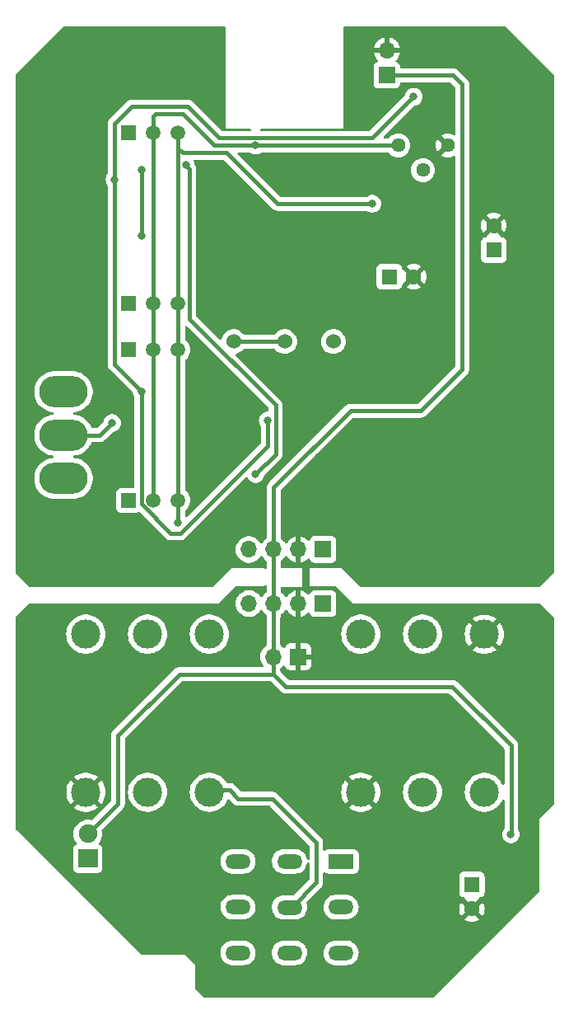
<source format=gbr>
%TF.GenerationSoftware,KiCad,Pcbnew,7.0.6-7.0.6~ubuntu22.04.1*%
%TF.CreationDate,2023-07-17T17:36:07+01:00*%
%TF.ProjectId,phasenom,70686173-656e-46f6-9d2e-6b696361645f,rev?*%
%TF.SameCoordinates,Original*%
%TF.FileFunction,Copper,L2,Bot*%
%TF.FilePolarity,Positive*%
%FSLAX46Y46*%
G04 Gerber Fmt 4.6, Leading zero omitted, Abs format (unit mm)*
G04 Created by KiCad (PCBNEW 7.0.6-7.0.6~ubuntu22.04.1) date 2023-07-17 17:36:07*
%MOMM*%
%LPD*%
G01*
G04 APERTURE LIST*
%TA.AperFunction,ComponentPad*%
%ADD10R,1.600000X1.600000*%
%TD*%
%TA.AperFunction,ComponentPad*%
%ADD11C,1.600000*%
%TD*%
%TA.AperFunction,ComponentPad*%
%ADD12R,2.000000X1.900000*%
%TD*%
%TA.AperFunction,ComponentPad*%
%ADD13C,1.900000*%
%TD*%
%TA.AperFunction,ComponentPad*%
%ADD14O,1.700000X1.700000*%
%TD*%
%TA.AperFunction,ComponentPad*%
%ADD15R,1.700000X1.700000*%
%TD*%
%TA.AperFunction,ComponentPad*%
%ADD16C,3.000000*%
%TD*%
%TA.AperFunction,ComponentPad*%
%ADD17R,1.500000X1.500000*%
%TD*%
%TA.AperFunction,ComponentPad*%
%ADD18C,1.500000*%
%TD*%
%TA.AperFunction,ComponentPad*%
%ADD19R,2.600000X1.500000*%
%TD*%
%TA.AperFunction,ComponentPad*%
%ADD20O,2.600000X1.500000*%
%TD*%
%TA.AperFunction,ComponentPad*%
%ADD21C,1.440000*%
%TD*%
%TA.AperFunction,ComponentPad*%
%ADD22O,5.000000X3.200000*%
%TD*%
%TA.AperFunction,ComponentPad*%
%ADD23C,1.524000*%
%TD*%
%TA.AperFunction,ViaPad*%
%ADD24C,0.800000*%
%TD*%
%TA.AperFunction,Conductor*%
%ADD25C,0.400000*%
%TD*%
G04 APERTURE END LIST*
D10*
%TO.P,C2,1*%
%TO.N,+9V*%
X162000000Y-140200000D03*
D11*
%TO.P,C2,2*%
%TO.N,GND*%
X162000000Y-142700000D03*
%TD*%
D10*
%TO.P,C6,1*%
%TO.N,Net-(C6-Pad1)*%
X153510000Y-77800000D03*
D11*
%TO.P,C6,2*%
%TO.N,GND*%
X156010000Y-77800000D03*
%TD*%
D12*
%TO.P,D1,1,K*%
%TO.N,Net-(D1-K)*%
X122500000Y-137540000D03*
D13*
%TO.P,D1,2,A*%
%TO.N,+9V*%
X122500000Y-135000000D03*
%TD*%
D14*
%TO.P,J1,2,P2*%
%TO.N,GND*%
X153260000Y-54550000D03*
D15*
%TO.P,J1,1,P1*%
%TO.N,+9V*%
X153260000Y-57090000D03*
%TD*%
D16*
%TO.P,IN1,R*%
%TO.N,unconnected-(IN1-PadR)*%
X156925000Y-114500000D03*
%TO.P,IN1,RN*%
%TO.N,unconnected-(IN1-PadRN)*%
X156925000Y-130730000D03*
%TO.P,IN1,S*%
%TO.N,GND*%
X163275000Y-114500000D03*
%TO.P,IN1,SN*%
%TO.N,unconnected-(IN1-PadSN)*%
X163275000Y-130730000D03*
%TO.P,IN1,T*%
%TO.N,Net-(SW99A-B)*%
X150575000Y-114500000D03*
%TO.P,IN1,TN*%
%TO.N,GND*%
X150575000Y-130730000D03*
%TD*%
%TO.P,OUT1,R*%
%TO.N,unconnected-(OUT1-PadR)*%
X128660000Y-130730000D03*
%TO.P,OUT1,RN*%
%TO.N,unconnected-(OUT1-PadRN)*%
X128660000Y-114500000D03*
%TO.P,OUT1,S*%
%TO.N,GND*%
X122310000Y-130730000D03*
%TO.P,OUT1,SN*%
%TO.N,unconnected-(OUT1-PadSN)*%
X122310000Y-114500000D03*
%TO.P,OUT1,T*%
%TO.N,Net-(SW99B-B)*%
X135010000Y-130730000D03*
%TO.P,OUT1,TN*%
%TO.N,unconnected-(OUT1-PadTN)*%
X135010000Y-114500000D03*
%TD*%
D15*
%TO.P,J4,1,P1*%
%TO.N,GND*%
X144140000Y-116810000D03*
D14*
%TO.P,J4,2,P2*%
%TO.N,+9V*%
X141600000Y-116810000D03*
%TD*%
D17*
%TO.P,Q3,1,D*%
%TO.N,Net-(Q3-D)*%
X126720000Y-85300000D03*
D18*
%TO.P,Q3,2,S*%
%TO.N,VB*%
X129260000Y-85300000D03*
%TO.P,Q3,3,G*%
%TO.N,VR*%
X131800000Y-85300000D03*
%TD*%
D19*
%TO.P,SW99,1,A*%
%TO.N,Net-(SW99A-A)*%
X148550000Y-137825000D03*
D20*
%TO.P,SW99,2,A*%
X143250000Y-137825000D03*
%TO.P,SW99,3*%
%TO.N,N/C*%
X137950000Y-137825000D03*
%TO.P,SW99,4,B*%
%TO.N,Net-(SW99A-B)*%
X148550000Y-142525000D03*
%TO.P,SW99,5,B*%
%TO.N,Net-(SW99B-B)*%
X143250000Y-142550000D03*
%TO.P,SW99,6*%
%TO.N,N/C*%
X137950000Y-142525000D03*
%TO.P,SW99,7,C*%
%TO.N,I*%
X148550000Y-147225000D03*
%TO.P,SW99,8,C*%
%TO.N,O*%
X143250000Y-147225000D03*
%TO.P,SW99,9*%
%TO.N,N/C*%
X137950000Y-147225000D03*
%TD*%
D10*
%TO.P,C14,1*%
%TO.N,VB*%
X164260000Y-75050000D03*
D11*
%TO.P,C14,2*%
%TO.N,GND*%
X164260000Y-72550000D03*
%TD*%
D21*
%TO.P,RT1,3,3*%
%TO.N,GND*%
X159510000Y-64300000D03*
%TO.P,RT1,2,2*%
%TO.N,Net-(R30-Pad1)*%
X156970000Y-66840000D03*
%TO.P,RT1,1,1*%
%TO.N,VB*%
X154430000Y-64300000D03*
%TD*%
D22*
%TO.P,SW2,1,A*%
%TO.N,Net-(SW2-A)*%
X120010000Y-89600000D03*
%TO.P,SW2,2,B*%
%TO.N,Net-(SW2-B)*%
X120010000Y-94050000D03*
%TO.P,SW2,3*%
%TO.N,N/C*%
X120010000Y-98500000D03*
%TD*%
D17*
%TO.P,Q5,1,D*%
%TO.N,Net-(Q5-D)*%
X126710000Y-63000000D03*
D18*
%TO.P,Q5,2,S*%
%TO.N,VB*%
X129250000Y-63000000D03*
%TO.P,Q5,3,G*%
%TO.N,VR*%
X131790000Y-63000000D03*
%TD*%
D17*
%TO.P,Q4,1,D*%
%TO.N,Net-(Q4-D)*%
X126710000Y-80550000D03*
D18*
%TO.P,Q4,2,S*%
%TO.N,VB*%
X129250000Y-80550000D03*
%TO.P,Q4,3,G*%
%TO.N,VR*%
X131790000Y-80550000D03*
%TD*%
%TO.P,Q2,3,G*%
%TO.N,VR*%
X131790000Y-100750000D03*
%TO.P,Q2,2,S*%
%TO.N,VB*%
X129250000Y-100750000D03*
D17*
%TO.P,Q2,1,D*%
%TO.N,Net-(Q2-D)*%
X126710000Y-100750000D03*
%TD*%
D23*
%TO.P,RV1,3,3*%
%TO.N,Net-(C5-Pad1)*%
X147760000Y-84445832D03*
%TO.P,RV1,2,2*%
%TO.N,Net-(R14-Pad1)*%
X142760000Y-84445832D03*
%TO.P,RV1,1,1*%
X137510000Y-84445832D03*
%TD*%
D15*
%TO.P,JOVGI1,1,P1*%
%TO.N,I*%
X146700000Y-111350000D03*
D14*
%TO.P,JOVGI1,2,P2*%
%TO.N,GND*%
X144160000Y-111350000D03*
%TO.P,JOVGI1,3,P3*%
%TO.N,+9V*%
X141620000Y-111350000D03*
%TO.P,JOVGI1,4,P4*%
%TO.N,O*%
X139080000Y-111350000D03*
%TD*%
D15*
%TO.P,JOVGI2,1,P1*%
%TO.N,I*%
X146700000Y-105800000D03*
D14*
%TO.P,JOVGI2,2,P2*%
%TO.N,GND*%
X144160000Y-105800000D03*
%TO.P,JOVGI2,3,P3*%
%TO.N,+9V*%
X141620000Y-105800000D03*
%TO.P,JOVGI2,4,P4*%
%TO.N,O*%
X139080000Y-105800000D03*
%TD*%
D24*
%TO.N,GND*%
X142760000Y-104050000D03*
X133760000Y-85050000D03*
X135510000Y-82550000D03*
X151010000Y-104550000D03*
X132510000Y-105550000D03*
X137510000Y-103050000D03*
X136510000Y-97300000D03*
%TO.N,Net-(R27-Pad2)*%
X132589500Y-66340455D03*
X139760000Y-98050000D03*
%TO.N,Net-(D2-K)*%
X128010000Y-89550000D03*
X141010000Y-92550000D03*
X125260000Y-67800000D03*
X156010000Y-59300000D03*
%TO.N,GND*%
X146260000Y-96300000D03*
%TO.N,Net-(C11-Pad1)*%
X128010000Y-73550000D03*
X128010000Y-66800000D03*
%TO.N,VB*%
X139760000Y-64300000D03*
%TO.N,VR*%
X151760000Y-70300000D03*
%TO.N,GND*%
X134510000Y-94550000D03*
%TO.N,VR*%
X131790000Y-103050000D03*
%TO.N,Net-(SW2-B)*%
X125010000Y-92800000D03*
%TO.N,+9V*%
X166010000Y-135050000D03*
%TD*%
D25*
%TO.N,+9V*%
X153260000Y-57090000D02*
X160050000Y-57090000D01*
X156760000Y-91550000D02*
X149510000Y-91550000D01*
X160050000Y-57090000D02*
X161010000Y-58050000D01*
X161010000Y-58050000D02*
X161010000Y-87300000D01*
X161010000Y-87300000D02*
X156760000Y-91550000D01*
X141620000Y-99440000D02*
X141620000Y-105800000D01*
X149510000Y-91550000D02*
X141620000Y-99440000D01*
%TO.N,Net-(R27-Pad2)*%
X139760000Y-98050000D02*
X141810000Y-96000000D01*
X141810000Y-96000000D02*
X141810000Y-90970000D01*
X141810000Y-90970000D02*
X132940000Y-82100000D01*
X132940000Y-82100000D02*
X132940000Y-66730000D01*
X132940000Y-66730000D02*
X132550455Y-66340455D01*
X132550455Y-66340455D02*
X132589500Y-66340455D01*
%TO.N,Net-(D2-K)*%
X131023654Y-104150000D02*
X132008528Y-104150000D01*
X128010000Y-101136346D02*
X131023654Y-104150000D01*
X128010000Y-89550000D02*
X128010000Y-101136346D01*
X141010000Y-95148528D02*
X141010000Y-92550000D01*
X132008528Y-104150000D02*
X141010000Y-95148528D01*
X125260000Y-67800000D02*
X125260000Y-86800000D01*
X125260000Y-86800000D02*
X128010000Y-89550000D01*
X156010000Y-59300000D02*
X151760000Y-63550000D01*
X151760000Y-63550000D02*
X140141371Y-63550000D01*
X140141371Y-63550000D02*
X140091371Y-63500000D01*
X140091371Y-63500000D02*
X139428629Y-63500000D01*
X139428629Y-63500000D02*
X139378629Y-63550000D01*
X125260000Y-62050000D02*
X125260000Y-67800000D01*
X139378629Y-63550000D02*
X136010000Y-63550000D01*
X136010000Y-63550000D02*
X132760000Y-60300000D01*
X132760000Y-60300000D02*
X127010000Y-60300000D01*
X127010000Y-60300000D02*
X125260000Y-62050000D01*
%TO.N,VB*%
X154430000Y-64300000D02*
X135510000Y-64300000D01*
X135510000Y-64300000D02*
X132260000Y-61050000D01*
X132260000Y-61050000D02*
X129510000Y-61050000D01*
X129510000Y-61050000D02*
X129250000Y-61310000D01*
X129250000Y-61310000D02*
X129250000Y-63000000D01*
%TO.N,VR*%
X131790000Y-63000000D02*
X131790000Y-64580000D01*
X131790000Y-64580000D02*
X132260000Y-65050000D01*
X132260000Y-65050000D02*
X136760000Y-65050000D01*
X136760000Y-65050000D02*
X142010000Y-70300000D01*
X142010000Y-70300000D02*
X151760000Y-70300000D01*
%TO.N,Net-(C11-Pad1)*%
X128010000Y-66800000D02*
X128010000Y-73550000D01*
%TO.N,Net-(R14-Pad1)*%
X137510000Y-84445832D02*
X142760000Y-84445832D01*
%TO.N,VR*%
X131790000Y-63000000D02*
X131790000Y-80550000D01*
%TO.N,VB*%
X129250000Y-63000000D02*
X129250000Y-80550000D01*
%TO.N,VR*%
X131790000Y-80550000D02*
X131790000Y-85290000D01*
%TO.N,VB*%
X129250000Y-80550000D02*
X129250000Y-85290000D01*
%TO.N,VR*%
X131790000Y-100750000D02*
X131790000Y-103050000D01*
X131800000Y-85300000D02*
X131800000Y-100740000D01*
%TO.N,VB*%
X129250000Y-100750000D02*
X129250000Y-85310000D01*
%TO.N,Net-(SW2-B)*%
X125010000Y-92800000D02*
X123760000Y-94050000D01*
X123760000Y-94050000D02*
X120010000Y-94050000D01*
%TO.N,+9V*%
X141620000Y-105800000D02*
X141620000Y-111350000D01*
X125600000Y-131900000D02*
X122500000Y-135000000D01*
X141600000Y-118600000D02*
X142900000Y-119900000D01*
X131900000Y-118600000D02*
X125600000Y-124900000D01*
X141620000Y-111350000D02*
X141620000Y-112552081D01*
X141600000Y-112572081D02*
X141600000Y-118100000D01*
X160000000Y-119900000D02*
X166050000Y-125950000D01*
X141600000Y-118100000D02*
X141600000Y-118600000D01*
X125600000Y-124900000D02*
X125600000Y-131900000D01*
X141600000Y-116810000D02*
X141600000Y-118100000D01*
X142900000Y-119900000D02*
X160000000Y-119900000D01*
X141620000Y-112552081D02*
X141600000Y-112572081D01*
X166050000Y-125950000D02*
X166050000Y-135000000D01*
X141600000Y-118600000D02*
X131900000Y-118600000D01*
%TO.N,Net-(SW99B-B)*%
X146000000Y-140000000D02*
X143450000Y-142550000D01*
X141500000Y-131400000D02*
X146000000Y-135900000D01*
X146000000Y-135900000D02*
X146000000Y-140000000D01*
X137991320Y-131400000D02*
X141500000Y-131400000D01*
X134950000Y-130480000D02*
X137071320Y-130480000D01*
X137071320Y-130480000D02*
X137991320Y-131400000D01*
%TD*%
%TA.AperFunction,Conductor*%
%TO.N,GND*%
G36*
X136616621Y-52095502D02*
G01*
X136663114Y-52149158D01*
X136674500Y-52201500D01*
X136674500Y-62454469D01*
X136672587Y-62476343D01*
X136670876Y-62486048D01*
X136672586Y-62495746D01*
X136673750Y-62509059D01*
X136675249Y-62517559D01*
X136678707Y-62530468D01*
X136680418Y-62540170D01*
X136683935Y-62546262D01*
X136688452Y-62551645D01*
X136696982Y-62556570D01*
X136714972Y-62569167D01*
X136722518Y-62575499D01*
X136722519Y-62575499D01*
X136722520Y-62575500D01*
X136722521Y-62575500D01*
X136729123Y-62577903D01*
X136736047Y-62579124D01*
X136736047Y-62579123D01*
X136736048Y-62579124D01*
X136745746Y-62577413D01*
X136767625Y-62575500D01*
X139169502Y-62575500D01*
X139237623Y-62595502D01*
X139284116Y-62649158D01*
X139294220Y-62719432D01*
X139264726Y-62784012D01*
X139221215Y-62816399D01*
X139216300Y-62818610D01*
X139216300Y-62818611D01*
X139190107Y-62830399D01*
X139138396Y-62841500D01*
X136355660Y-62841500D01*
X136287539Y-62821498D01*
X136266565Y-62804595D01*
X134791479Y-61329509D01*
X133277464Y-59815494D01*
X133274880Y-59812750D01*
X133233273Y-59765785D01*
X133233270Y-59765783D01*
X133233271Y-59765783D01*
X133181655Y-59730154D01*
X133178590Y-59727899D01*
X133160146Y-59713449D01*
X133129226Y-59689225D01*
X133129222Y-59689223D01*
X133119919Y-59685035D01*
X133100069Y-59673840D01*
X133091675Y-59668046D01*
X133068705Y-59659334D01*
X133033043Y-59645809D01*
X133029528Y-59644353D01*
X132972332Y-59618612D01*
X132972330Y-59618611D01*
X132972329Y-59618611D01*
X132962286Y-59616770D01*
X132940336Y-59610650D01*
X132930801Y-59607035D01*
X132930800Y-59607034D01*
X132930798Y-59607034D01*
X132930794Y-59607033D01*
X132878362Y-59600667D01*
X132868537Y-59599473D01*
X132864786Y-59598902D01*
X132823760Y-59591385D01*
X132803094Y-59587598D01*
X132803093Y-59587598D01*
X132740488Y-59591385D01*
X132736685Y-59591500D01*
X127033319Y-59591500D01*
X127029519Y-59591385D01*
X126966908Y-59587598D01*
X126966907Y-59587598D01*
X126966905Y-59587598D01*
X126905218Y-59598902D01*
X126901459Y-59599474D01*
X126893178Y-59600480D01*
X126839202Y-59607034D01*
X126839195Y-59607035D01*
X126829661Y-59610651D01*
X126807711Y-59616770D01*
X126797678Y-59618609D01*
X126797665Y-59618613D01*
X126740476Y-59644351D01*
X126736961Y-59645807D01*
X126678326Y-59668045D01*
X126669921Y-59673846D01*
X126650080Y-59685035D01*
X126640779Y-59689222D01*
X126640769Y-59689227D01*
X126591401Y-59727904D01*
X126588339Y-59730157D01*
X126536726Y-59765784D01*
X126495126Y-59812740D01*
X126492518Y-59815511D01*
X124775511Y-61532518D01*
X124772740Y-61535126D01*
X124725784Y-61576726D01*
X124690157Y-61628339D01*
X124687904Y-61631401D01*
X124649227Y-61680769D01*
X124649222Y-61680779D01*
X124645035Y-61690080D01*
X124633846Y-61709921D01*
X124628045Y-61718326D01*
X124605807Y-61776961D01*
X124604351Y-61780476D01*
X124578613Y-61837665D01*
X124578609Y-61837678D01*
X124576770Y-61847711D01*
X124570651Y-61869661D01*
X124567034Y-61879199D01*
X124559476Y-61941441D01*
X124558904Y-61945201D01*
X124547597Y-62006907D01*
X124551384Y-62069509D01*
X124551499Y-62073313D01*
X124551500Y-67180770D01*
X124531498Y-67248891D01*
X124524791Y-67257676D01*
X124524842Y-67257713D01*
X124520957Y-67263059D01*
X124430793Y-67419229D01*
X124425473Y-67428444D01*
X124410999Y-67472986D01*
X124366457Y-67610072D01*
X124346496Y-67800000D01*
X124366457Y-67989927D01*
X124387425Y-68054457D01*
X124425473Y-68171556D01*
X124425476Y-68171561D01*
X124520957Y-68336940D01*
X124524842Y-68342287D01*
X124523232Y-68343456D01*
X124549852Y-68398924D01*
X124551499Y-68419228D01*
X124551499Y-86776685D01*
X124551384Y-86780489D01*
X124547598Y-86843092D01*
X124558902Y-86904782D01*
X124559475Y-86908544D01*
X124567033Y-86970794D01*
X124567034Y-86970798D01*
X124570650Y-86980333D01*
X124576771Y-87002289D01*
X124578612Y-87012332D01*
X124604353Y-87069528D01*
X124605809Y-87073043D01*
X124619334Y-87108705D01*
X124628046Y-87131675D01*
X124633840Y-87140069D01*
X124645035Y-87159919D01*
X124649223Y-87169222D01*
X124649225Y-87169226D01*
X124673449Y-87200146D01*
X124687899Y-87218590D01*
X124690154Y-87221655D01*
X124725783Y-87273271D01*
X124725784Y-87273272D01*
X124725785Y-87273273D01*
X124772750Y-87314880D01*
X124775494Y-87317464D01*
X126056168Y-88598138D01*
X127075334Y-89617304D01*
X127109360Y-89679616D01*
X127111549Y-89693227D01*
X127116457Y-89739927D01*
X127117854Y-89744225D01*
X127175473Y-89921556D01*
X127175476Y-89921561D01*
X127270958Y-90086941D01*
X127274843Y-90092288D01*
X127273233Y-90093457D01*
X127299853Y-90148925D01*
X127301500Y-90169229D01*
X127301500Y-99365500D01*
X127281498Y-99433621D01*
X127227842Y-99480114D01*
X127175500Y-99491500D01*
X125911350Y-99491500D01*
X125850803Y-99498009D01*
X125850795Y-99498011D01*
X125713797Y-99549110D01*
X125713792Y-99549112D01*
X125596738Y-99636738D01*
X125509112Y-99753792D01*
X125509110Y-99753797D01*
X125458011Y-99890795D01*
X125458009Y-99890803D01*
X125451500Y-99951350D01*
X125451500Y-101548649D01*
X125458009Y-101609196D01*
X125458011Y-101609204D01*
X125509110Y-101746202D01*
X125509112Y-101746207D01*
X125596738Y-101863261D01*
X125713792Y-101950887D01*
X125713794Y-101950888D01*
X125713796Y-101950889D01*
X125772875Y-101972924D01*
X125850795Y-102001988D01*
X125850803Y-102001990D01*
X125911350Y-102008499D01*
X125911355Y-102008499D01*
X125911362Y-102008500D01*
X125911368Y-102008500D01*
X127508632Y-102008500D01*
X127508638Y-102008500D01*
X127508645Y-102008499D01*
X127508649Y-102008499D01*
X127569196Y-102001990D01*
X127569199Y-102001989D01*
X127569201Y-102001989D01*
X127705151Y-101951282D01*
X127714647Y-101947740D01*
X127715968Y-101951282D01*
X127767716Y-101939876D01*
X127834304Y-101964503D01*
X127848167Y-101976483D01*
X130506195Y-104634512D01*
X130508780Y-104637257D01*
X130550381Y-104684215D01*
X130602014Y-104719855D01*
X130605029Y-104722073D01*
X130654428Y-104760775D01*
X130663724Y-104764958D01*
X130683589Y-104776163D01*
X130691974Y-104781951D01*
X130691976Y-104781952D01*
X130691979Y-104781954D01*
X130724812Y-104794405D01*
X130750621Y-104804194D01*
X130754139Y-104805651D01*
X130811323Y-104831388D01*
X130821350Y-104833225D01*
X130843316Y-104839347D01*
X130852853Y-104842965D01*
X130915127Y-104850525D01*
X130918870Y-104851095D01*
X130980561Y-104862401D01*
X131043156Y-104858614D01*
X131046956Y-104858500D01*
X131985213Y-104858500D01*
X131989016Y-104858614D01*
X132051621Y-104862402D01*
X132113340Y-104851091D01*
X132117053Y-104850526D01*
X132179329Y-104842965D01*
X132188858Y-104839350D01*
X132210832Y-104833226D01*
X132220857Y-104831389D01*
X132278080Y-104805634D01*
X132281537Y-104804202D01*
X132340203Y-104781954D01*
X132348594Y-104776161D01*
X132368450Y-104764961D01*
X132377754Y-104760775D01*
X132427164Y-104722063D01*
X132430149Y-104719867D01*
X132481801Y-104684215D01*
X132523424Y-104637231D01*
X132525977Y-104634519D01*
X138741088Y-98419408D01*
X138803398Y-98385384D01*
X138874213Y-98390449D01*
X138931049Y-98432996D01*
X138939300Y-98445505D01*
X139020958Y-98586941D01*
X139020965Y-98586951D01*
X139148744Y-98728864D01*
X139148747Y-98728866D01*
X139303248Y-98841118D01*
X139477712Y-98918794D01*
X139664513Y-98958500D01*
X139855487Y-98958500D01*
X140042288Y-98918794D01*
X140216752Y-98841118D01*
X140371253Y-98728866D01*
X140371255Y-98728864D01*
X140499034Y-98586951D01*
X140499035Y-98586949D01*
X140499040Y-98586944D01*
X140594527Y-98421556D01*
X140653542Y-98239928D01*
X140658449Y-98193230D01*
X140685460Y-98127574D01*
X140694655Y-98117313D01*
X142294519Y-96517449D01*
X142297231Y-96514896D01*
X142344215Y-96473273D01*
X142379867Y-96421621D01*
X142382063Y-96418636D01*
X142420775Y-96369226D01*
X142424961Y-96359922D01*
X142436161Y-96340066D01*
X142441954Y-96331675D01*
X142464202Y-96273009D01*
X142465634Y-96269552D01*
X142491389Y-96212329D01*
X142493226Y-96202303D01*
X142499351Y-96180330D01*
X142501790Y-96173898D01*
X142502965Y-96170801D01*
X142510526Y-96108523D01*
X142511090Y-96104815D01*
X142522402Y-96043092D01*
X142518614Y-95980481D01*
X142518500Y-95976679D01*
X142518500Y-90993302D01*
X142518615Y-90989497D01*
X142519316Y-90977904D01*
X142522401Y-90926907D01*
X142511095Y-90865216D01*
X142510525Y-90861469D01*
X142509041Y-90849246D01*
X142502965Y-90799199D01*
X142499347Y-90789662D01*
X142493225Y-90767696D01*
X142491388Y-90757669D01*
X142465651Y-90700485D01*
X142464194Y-90696967D01*
X142441954Y-90638326D01*
X142441951Y-90638320D01*
X142436163Y-90629935D01*
X142424958Y-90610070D01*
X142420775Y-90600774D01*
X142382088Y-90551395D01*
X142379846Y-90548348D01*
X142344215Y-90496727D01*
X142297249Y-90455119D01*
X142294503Y-90452533D01*
X137737759Y-85895789D01*
X137703733Y-85833477D01*
X137708798Y-85762662D01*
X137751345Y-85705826D01*
X137794238Y-85684989D01*
X137946196Y-85644272D01*
X138147677Y-85550320D01*
X138329781Y-85422809D01*
X138486977Y-85265613D01*
X138510872Y-85231486D01*
X138527276Y-85208061D01*
X138582734Y-85163733D01*
X138630489Y-85154332D01*
X141639511Y-85154332D01*
X141707632Y-85174334D01*
X141742724Y-85208061D01*
X141783020Y-85265609D01*
X141783023Y-85265613D01*
X141940219Y-85422809D01*
X141940223Y-85422812D01*
X141940227Y-85422815D01*
X142044124Y-85495564D01*
X142122323Y-85550320D01*
X142323804Y-85644272D01*
X142538537Y-85701810D01*
X142760000Y-85721185D01*
X142981463Y-85701810D01*
X143196196Y-85644272D01*
X143397677Y-85550320D01*
X143579781Y-85422809D01*
X143736977Y-85265613D01*
X143864488Y-85083509D01*
X143958440Y-84882028D01*
X144015978Y-84667295D01*
X144035353Y-84445832D01*
X146484647Y-84445832D01*
X146504022Y-84667295D01*
X146539786Y-84800768D01*
X146561559Y-84882025D01*
X146561561Y-84882031D01*
X146655511Y-85083507D01*
X146655512Y-85083509D01*
X146783016Y-85265604D01*
X146783020Y-85265609D01*
X146783023Y-85265613D01*
X146940219Y-85422809D01*
X146940223Y-85422812D01*
X146940227Y-85422815D01*
X147044124Y-85495564D01*
X147122323Y-85550320D01*
X147323804Y-85644272D01*
X147538537Y-85701810D01*
X147760000Y-85721185D01*
X147981463Y-85701810D01*
X148196196Y-85644272D01*
X148397677Y-85550320D01*
X148579781Y-85422809D01*
X148736977Y-85265613D01*
X148864488Y-85083509D01*
X148958440Y-84882028D01*
X149015978Y-84667295D01*
X149035353Y-84445832D01*
X149015978Y-84224369D01*
X148958440Y-84009636D01*
X148864488Y-83808156D01*
X148736977Y-83626051D01*
X148579781Y-83468855D01*
X148579777Y-83468852D01*
X148579772Y-83468848D01*
X148397677Y-83341344D01*
X148397675Y-83341343D01*
X148196199Y-83247393D01*
X148196193Y-83247391D01*
X148154074Y-83236105D01*
X147981463Y-83189854D01*
X147760000Y-83170479D01*
X147538537Y-83189854D01*
X147423463Y-83220688D01*
X147323806Y-83247391D01*
X147323801Y-83247393D01*
X147122323Y-83341344D01*
X146940222Y-83468852D01*
X146940216Y-83468857D01*
X146783025Y-83626048D01*
X146783020Y-83626054D01*
X146655512Y-83808155D01*
X146561561Y-84009633D01*
X146561559Y-84009638D01*
X146553022Y-84041500D01*
X146504022Y-84224369D01*
X146484647Y-84445832D01*
X144035353Y-84445832D01*
X144015978Y-84224369D01*
X143958440Y-84009636D01*
X143864488Y-83808156D01*
X143736977Y-83626051D01*
X143579781Y-83468855D01*
X143579777Y-83468852D01*
X143579772Y-83468848D01*
X143397677Y-83341344D01*
X143397675Y-83341343D01*
X143196199Y-83247393D01*
X143196193Y-83247391D01*
X143154074Y-83236105D01*
X142981463Y-83189854D01*
X142760000Y-83170479D01*
X142538537Y-83189854D01*
X142423463Y-83220688D01*
X142323806Y-83247391D01*
X142323801Y-83247393D01*
X142122323Y-83341344D01*
X141940222Y-83468852D01*
X141940216Y-83468857D01*
X141783025Y-83626048D01*
X141783020Y-83626054D01*
X141742724Y-83683603D01*
X141687266Y-83727931D01*
X141639511Y-83737332D01*
X138630489Y-83737332D01*
X138562368Y-83717330D01*
X138527276Y-83683603D01*
X138486979Y-83626054D01*
X138486974Y-83626048D01*
X138329783Y-83468857D01*
X138329772Y-83468848D01*
X138147677Y-83341344D01*
X138147675Y-83341343D01*
X137946199Y-83247393D01*
X137946193Y-83247391D01*
X137904073Y-83236105D01*
X137731463Y-83189854D01*
X137510000Y-83170479D01*
X137288537Y-83189854D01*
X137173463Y-83220688D01*
X137073806Y-83247391D01*
X137073801Y-83247393D01*
X136872323Y-83341344D01*
X136690222Y-83468852D01*
X136690216Y-83468857D01*
X136533025Y-83626048D01*
X136533020Y-83626054D01*
X136405512Y-83808155D01*
X136311561Y-84009633D01*
X136311560Y-84009635D01*
X136270844Y-84161589D01*
X136233892Y-84222211D01*
X136170031Y-84253233D01*
X136099537Y-84244804D01*
X136060042Y-84218072D01*
X133685405Y-81843435D01*
X133651379Y-81781123D01*
X133648500Y-81754340D01*
X133648500Y-78648649D01*
X152201500Y-78648649D01*
X152208009Y-78709196D01*
X152208011Y-78709204D01*
X152259110Y-78846202D01*
X152259112Y-78846207D01*
X152346738Y-78963261D01*
X152463792Y-79050887D01*
X152463794Y-79050888D01*
X152463796Y-79050889D01*
X152522875Y-79072924D01*
X152600795Y-79101988D01*
X152600803Y-79101990D01*
X152661350Y-79108499D01*
X152661355Y-79108499D01*
X152661362Y-79108500D01*
X152661368Y-79108500D01*
X154358632Y-79108500D01*
X154358638Y-79108500D01*
X154358645Y-79108499D01*
X154358649Y-79108499D01*
X154419196Y-79101990D01*
X154419199Y-79101989D01*
X154419201Y-79101989D01*
X154556204Y-79050889D01*
X154579018Y-79033811D01*
X154673261Y-78963261D01*
X154760887Y-78846207D01*
X154760887Y-78846206D01*
X154760889Y-78846204D01*
X154811989Y-78709201D01*
X154818500Y-78648638D01*
X154818861Y-78645283D01*
X154819908Y-78645395D01*
X154842056Y-78582567D01*
X154898113Y-78539000D01*
X154914105Y-78536682D01*
X155611272Y-77839516D01*
X155624835Y-77925148D01*
X155682359Y-78038045D01*
X155771955Y-78127641D01*
X155884852Y-78185165D01*
X155970482Y-78198727D01*
X155282110Y-78887098D01*
X155282110Y-78887100D01*
X155353498Y-78937086D01*
X155560926Y-79033811D01*
X155560931Y-79033813D01*
X155781999Y-79093048D01*
X155781995Y-79093048D01*
X156009999Y-79112995D01*
X156238002Y-79093048D01*
X156459068Y-79033813D01*
X156459073Y-79033811D01*
X156666497Y-78937088D01*
X156737888Y-78887099D01*
X156737888Y-78887097D01*
X156049518Y-78198727D01*
X156135148Y-78185165D01*
X156248045Y-78127641D01*
X156337641Y-78038045D01*
X156395165Y-77925148D01*
X156408727Y-77839518D01*
X157097097Y-78527888D01*
X157097099Y-78527888D01*
X157147088Y-78456497D01*
X157243811Y-78249073D01*
X157243813Y-78249068D01*
X157303048Y-78028002D01*
X157322995Y-77799999D01*
X157303048Y-77571997D01*
X157243813Y-77350931D01*
X157243811Y-77350926D01*
X157147086Y-77143498D01*
X157097100Y-77072110D01*
X157097098Y-77072110D01*
X156408727Y-77760481D01*
X156395165Y-77674852D01*
X156337641Y-77561955D01*
X156248045Y-77472359D01*
X156135148Y-77414835D01*
X156049517Y-77401272D01*
X156737888Y-76712899D01*
X156737888Y-76712898D01*
X156666501Y-76662913D01*
X156459073Y-76566188D01*
X156459068Y-76566186D01*
X156238000Y-76506951D01*
X156238004Y-76506951D01*
X156009999Y-76487004D01*
X155781997Y-76506951D01*
X155560931Y-76566186D01*
X155560926Y-76566188D01*
X155353500Y-76662913D01*
X155282109Y-76712900D01*
X155970481Y-77401272D01*
X155884852Y-77414835D01*
X155771955Y-77472359D01*
X155682359Y-77561955D01*
X155624835Y-77674852D01*
X155611272Y-77760481D01*
X154911219Y-77060428D01*
X154885649Y-77055289D01*
X154834657Y-77005890D01*
X154819666Y-76954630D01*
X154818861Y-76954717D01*
X154811990Y-76890803D01*
X154811988Y-76890795D01*
X154760889Y-76753797D01*
X154760887Y-76753792D01*
X154673261Y-76636738D01*
X154556207Y-76549112D01*
X154556202Y-76549110D01*
X154419204Y-76498011D01*
X154419196Y-76498009D01*
X154358649Y-76491500D01*
X154358638Y-76491500D01*
X152661362Y-76491500D01*
X152661350Y-76491500D01*
X152600803Y-76498009D01*
X152600795Y-76498011D01*
X152463797Y-76549110D01*
X152463792Y-76549112D01*
X152346738Y-76636738D01*
X152259112Y-76753792D01*
X152259110Y-76753797D01*
X152208011Y-76890795D01*
X152208009Y-76890803D01*
X152201500Y-76951350D01*
X152201500Y-78648649D01*
X133648500Y-78648649D01*
X133648500Y-66753319D01*
X133648615Y-66749514D01*
X133652402Y-66686908D01*
X133641092Y-66625193D01*
X133640525Y-66621470D01*
X133632965Y-66559199D01*
X133632964Y-66559196D01*
X133629351Y-66549668D01*
X133623227Y-66527702D01*
X133621389Y-66517673D01*
X133621389Y-66517671D01*
X133595646Y-66460473D01*
X133594189Y-66456956D01*
X133571957Y-66398332D01*
X133571955Y-66398329D01*
X133571954Y-66398325D01*
X133566163Y-66389935D01*
X133554958Y-66370070D01*
X133550775Y-66360774D01*
X133520407Y-66322013D01*
X133494282Y-66257475D01*
X133483042Y-66150528D01*
X133483042Y-66150527D01*
X133424027Y-65968899D01*
X133411673Y-65947501D01*
X133394934Y-65878506D01*
X133418154Y-65811414D01*
X133473960Y-65767526D01*
X133520791Y-65758500D01*
X136414340Y-65758500D01*
X136482461Y-65778502D01*
X136503435Y-65795404D01*
X141492533Y-70784503D01*
X141495119Y-70787249D01*
X141536727Y-70834215D01*
X141588348Y-70869846D01*
X141591379Y-70872076D01*
X141640774Y-70910775D01*
X141650063Y-70914955D01*
X141669932Y-70926161D01*
X141678321Y-70931951D01*
X141678321Y-70931952D01*
X141678323Y-70931952D01*
X141678325Y-70931954D01*
X141723418Y-70949055D01*
X141736974Y-70954196D01*
X141740478Y-70955647D01*
X141797671Y-70981388D01*
X141807703Y-70983226D01*
X141829659Y-70989347D01*
X141839199Y-70992965D01*
X141901494Y-71000529D01*
X141905198Y-71001092D01*
X141966907Y-71012401D01*
X142029502Y-71008614D01*
X142033302Y-71008500D01*
X151148595Y-71008500D01*
X151216716Y-71028502D01*
X151222655Y-71032563D01*
X151303248Y-71091118D01*
X151477712Y-71168794D01*
X151664513Y-71208500D01*
X151855487Y-71208500D01*
X152042288Y-71168794D01*
X152216752Y-71091118D01*
X152371253Y-70978866D01*
X152413495Y-70931952D01*
X152499034Y-70836951D01*
X152499035Y-70836949D01*
X152499040Y-70836944D01*
X152594527Y-70671556D01*
X152653542Y-70489928D01*
X152673504Y-70300000D01*
X152653542Y-70110072D01*
X152594527Y-69928444D01*
X152499040Y-69763056D01*
X152499038Y-69763054D01*
X152499034Y-69763048D01*
X152371255Y-69621135D01*
X152216752Y-69508882D01*
X152042288Y-69431206D01*
X151855487Y-69391500D01*
X151664513Y-69391500D01*
X151477711Y-69431206D01*
X151303247Y-69508882D01*
X151222656Y-69567436D01*
X151155788Y-69591294D01*
X151148595Y-69591500D01*
X142355660Y-69591500D01*
X142287539Y-69571498D01*
X142266565Y-69554595D01*
X139551970Y-66840000D01*
X155736807Y-66840000D01*
X155755542Y-67054141D01*
X155811177Y-67261774D01*
X155811179Y-67261780D01*
X155902024Y-67456596D01*
X155902024Y-67456597D01*
X156025319Y-67632681D01*
X156177319Y-67784681D01*
X156353403Y-67907976D01*
X156548223Y-67998822D01*
X156755858Y-68054458D01*
X156970000Y-68073193D01*
X157184142Y-68054458D01*
X157391777Y-67998822D01*
X157586597Y-67907976D01*
X157762681Y-67784681D01*
X157914681Y-67632681D01*
X158037976Y-67456597D01*
X158128822Y-67261777D01*
X158184458Y-67054142D01*
X158203193Y-66840000D01*
X158184458Y-66625858D01*
X158128822Y-66418223D01*
X158037976Y-66223404D01*
X158037975Y-66223403D01*
X158037974Y-66223400D01*
X157914685Y-66047323D01*
X157914682Y-66047320D01*
X157840218Y-65972856D01*
X157762681Y-65895319D01*
X157738669Y-65878506D01*
X157586597Y-65772024D01*
X157391780Y-65681179D01*
X157391774Y-65681177D01*
X157304019Y-65657663D01*
X157184142Y-65625542D01*
X156970000Y-65606807D01*
X156755858Y-65625542D01*
X156548225Y-65681177D01*
X156548220Y-65681179D01*
X156353400Y-65772025D01*
X156177323Y-65895314D01*
X156177313Y-65895323D01*
X156025323Y-66047313D01*
X156025314Y-66047323D01*
X155902025Y-66223400D01*
X155811179Y-66418220D01*
X155811177Y-66418225D01*
X155755542Y-66625858D01*
X155736807Y-66840000D01*
X139551970Y-66840000D01*
X137935565Y-65223595D01*
X137901539Y-65161283D01*
X137906604Y-65090468D01*
X137949151Y-65033632D01*
X138015671Y-65008821D01*
X138024660Y-65008500D01*
X139148595Y-65008500D01*
X139216716Y-65028502D01*
X139222655Y-65032563D01*
X139303248Y-65091118D01*
X139477712Y-65168794D01*
X139664513Y-65208500D01*
X139855487Y-65208500D01*
X140042288Y-65168794D01*
X140216752Y-65091118D01*
X140297344Y-65032563D01*
X140364212Y-65008706D01*
X140371405Y-65008500D01*
X153360784Y-65008500D01*
X153428905Y-65028502D01*
X153463998Y-65062231D01*
X153485314Y-65092675D01*
X153485316Y-65092677D01*
X153485319Y-65092681D01*
X153637319Y-65244681D01*
X153813403Y-65367976D01*
X154008223Y-65458822D01*
X154215858Y-65514458D01*
X154430000Y-65533193D01*
X154644142Y-65514458D01*
X154851777Y-65458822D01*
X155046597Y-65367976D01*
X155222681Y-65244681D01*
X155374681Y-65092681D01*
X155497976Y-64916597D01*
X155588822Y-64721777D01*
X155644458Y-64514142D01*
X155663193Y-64300000D01*
X155644458Y-64085858D01*
X155588822Y-63878223D01*
X155497976Y-63683404D01*
X155497975Y-63683403D01*
X155497974Y-63683400D01*
X155374685Y-63507323D01*
X155374682Y-63507320D01*
X155299435Y-63432073D01*
X155222681Y-63355319D01*
X155059517Y-63241071D01*
X155046597Y-63232024D01*
X154851780Y-63141179D01*
X154851774Y-63141177D01*
X154759129Y-63116353D01*
X154644142Y-63085542D01*
X154430000Y-63066807D01*
X154429999Y-63066807D01*
X154215858Y-63085542D01*
X154008225Y-63141177D01*
X154008220Y-63141179D01*
X153813400Y-63232025D01*
X153637323Y-63355314D01*
X153637320Y-63355317D01*
X153485316Y-63507322D01*
X153485314Y-63507324D01*
X153463998Y-63537769D01*
X153408542Y-63582098D01*
X153360784Y-63591500D01*
X153024660Y-63591500D01*
X152956539Y-63571498D01*
X152910046Y-63517842D01*
X152899942Y-63447568D01*
X152929436Y-63382988D01*
X152935565Y-63376405D01*
X154499090Y-61812880D01*
X156076535Y-60235434D01*
X156138845Y-60201410D01*
X156139084Y-60201358D01*
X156292288Y-60168794D01*
X156466752Y-60091118D01*
X156621253Y-59978866D01*
X156749040Y-59836944D01*
X156844527Y-59671556D01*
X156903542Y-59489928D01*
X156923504Y-59300000D01*
X156903542Y-59110072D01*
X156844527Y-58928444D01*
X156749040Y-58763056D01*
X156749038Y-58763054D01*
X156749034Y-58763048D01*
X156621255Y-58621135D01*
X156466752Y-58508882D01*
X156292288Y-58431206D01*
X156105487Y-58391500D01*
X155914513Y-58391500D01*
X155727711Y-58431206D01*
X155553247Y-58508882D01*
X155398744Y-58621135D01*
X155270965Y-58763048D01*
X155270958Y-58763058D01*
X155175476Y-58928438D01*
X155175473Y-58928445D01*
X155116457Y-59110072D01*
X155111549Y-59156771D01*
X155084535Y-59222428D01*
X155075334Y-59232694D01*
X151503435Y-62804595D01*
X151441123Y-62838620D01*
X151414340Y-62841500D01*
X140381604Y-62841500D01*
X140329892Y-62830399D01*
X140303700Y-62818611D01*
X140303699Y-62818610D01*
X140298785Y-62816399D01*
X140244875Y-62770201D01*
X140224500Y-62702191D01*
X140244128Y-62633962D01*
X140297528Y-62587175D01*
X140350498Y-62575500D01*
X148704470Y-62575500D01*
X148726350Y-62577414D01*
X148736047Y-62579124D01*
X148736047Y-62579123D01*
X148736048Y-62579124D01*
X148745746Y-62577413D01*
X148759067Y-62576248D01*
X148763310Y-62575500D01*
X148763312Y-62575500D01*
X148763313Y-62575499D01*
X148767576Y-62574748D01*
X148780473Y-62571290D01*
X148790172Y-62569581D01*
X148790173Y-62569579D01*
X148796260Y-62566064D01*
X148801641Y-62561549D01*
X148801645Y-62561548D01*
X148806569Y-62553018D01*
X148819165Y-62535028D01*
X148825500Y-62527480D01*
X148825500Y-62527479D01*
X148827902Y-62520879D01*
X148829122Y-62513955D01*
X148829124Y-62513952D01*
X148827414Y-62504253D01*
X148825500Y-62482374D01*
X148825500Y-52201500D01*
X148845502Y-52133379D01*
X148899158Y-52086886D01*
X148951500Y-52075500D01*
X165416537Y-52075500D01*
X165484658Y-52095502D01*
X165505632Y-52112405D01*
X170387595Y-56994368D01*
X170421621Y-57056680D01*
X170424500Y-57083463D01*
X170424500Y-108166535D01*
X170404498Y-108234656D01*
X170387595Y-108255630D01*
X169005631Y-109637595D01*
X168943319Y-109671620D01*
X168916536Y-109674500D01*
X150583463Y-109674500D01*
X150515342Y-109654498D01*
X150494368Y-109637595D01*
X148585384Y-107728610D01*
X148573489Y-107713107D01*
X148553166Y-107696054D01*
X148549121Y-107692347D01*
X148543974Y-107687200D01*
X148543972Y-107687199D01*
X148543970Y-107687197D01*
X148538012Y-107683025D01*
X148533649Y-107679677D01*
X148527479Y-107674499D01*
X148517539Y-107670881D01*
X148507003Y-107669959D01*
X148506341Y-107670137D01*
X148506082Y-107670206D01*
X148473471Y-107674500D01*
X145445530Y-107674500D01*
X145423650Y-107672586D01*
X145413952Y-107670875D01*
X145404254Y-107672586D01*
X145390938Y-107673750D01*
X145382453Y-107675246D01*
X145369539Y-107678706D01*
X145359827Y-107680419D01*
X145353737Y-107683934D01*
X145348354Y-107688452D01*
X145343426Y-107696987D01*
X145330835Y-107714969D01*
X145324499Y-107722519D01*
X145322097Y-107729119D01*
X145320876Y-107736048D01*
X145322586Y-107745746D01*
X145324500Y-107767624D01*
X145324500Y-109454469D01*
X145322587Y-109476343D01*
X145320876Y-109486048D01*
X145322586Y-109495746D01*
X145323750Y-109509059D01*
X145325249Y-109517559D01*
X145328707Y-109530468D01*
X145330418Y-109540170D01*
X145333935Y-109546262D01*
X145338452Y-109551645D01*
X145346982Y-109556570D01*
X145364972Y-109569167D01*
X145372518Y-109575499D01*
X145372519Y-109575499D01*
X145372520Y-109575500D01*
X145372521Y-109575500D01*
X145379123Y-109577903D01*
X145386047Y-109579124D01*
X145386047Y-109579123D01*
X145386048Y-109579124D01*
X145395746Y-109577413D01*
X145417625Y-109575500D01*
X147916537Y-109575500D01*
X147984658Y-109595502D01*
X148005632Y-109612405D01*
X149664617Y-111271390D01*
X149676516Y-111286897D01*
X149696839Y-111303950D01*
X149700883Y-111307656D01*
X149703954Y-111310727D01*
X149706028Y-111312801D01*
X149711977Y-111316966D01*
X149716339Y-111320314D01*
X149720975Y-111324203D01*
X149722520Y-111325500D01*
X149722522Y-111325500D01*
X149732462Y-111329118D01*
X149742996Y-111330040D01*
X149742997Y-111330039D01*
X149742998Y-111330040D01*
X149743917Y-111329793D01*
X149776529Y-111325500D01*
X164722520Y-111325500D01*
X168916537Y-111325500D01*
X168984658Y-111345502D01*
X169005632Y-111362405D01*
X170387595Y-112744368D01*
X170421621Y-112806680D01*
X170424500Y-112833463D01*
X170424500Y-131916535D01*
X170404498Y-131984656D01*
X170387595Y-132005630D01*
X168978604Y-133414620D01*
X168963101Y-133426517D01*
X168946058Y-133446826D01*
X168942352Y-133450871D01*
X168937201Y-133456022D01*
X168933030Y-133461980D01*
X168929686Y-133466339D01*
X168924499Y-133472520D01*
X168920882Y-133482458D01*
X168919960Y-133492997D01*
X168920206Y-133493915D01*
X168924500Y-133526530D01*
X168924500Y-140916536D01*
X168904498Y-140984657D01*
X168887595Y-141005631D01*
X158105631Y-151787595D01*
X158043319Y-151821621D01*
X158016536Y-151824500D01*
X134483464Y-151824500D01*
X134415343Y-151804498D01*
X134394368Y-151787595D01*
X133612404Y-151005630D01*
X133578379Y-150943318D01*
X133575500Y-150916535D01*
X133575500Y-148545248D01*
X133578051Y-148525872D01*
X133575740Y-148499445D01*
X133575500Y-148493953D01*
X133575500Y-148486690D01*
X133574239Y-148479541D01*
X133573521Y-148474085D01*
X133572818Y-148466045D01*
X133572817Y-148466044D01*
X133568349Y-148456461D01*
X133561546Y-148448353D01*
X133560724Y-148447879D01*
X133534628Y-148427855D01*
X132585382Y-147478608D01*
X132573488Y-147463107D01*
X132569581Y-147459828D01*
X132553161Y-147446050D01*
X132549121Y-147442347D01*
X132543974Y-147437200D01*
X132543972Y-147437199D01*
X132543970Y-147437197D01*
X132538012Y-147433025D01*
X132533649Y-147429677D01*
X132527479Y-147424499D01*
X132517539Y-147420881D01*
X132507003Y-147419959D01*
X132506341Y-147420137D01*
X132506082Y-147420206D01*
X132473471Y-147424500D01*
X128083463Y-147424500D01*
X128015342Y-147404498D01*
X127994372Y-147387599D01*
X127888464Y-147281691D01*
X136137685Y-147281691D01*
X136152031Y-147387595D01*
X136168094Y-147506178D01*
X136238099Y-147721626D01*
X136345440Y-147921100D01*
X136345444Y-147921107D01*
X136486687Y-148098219D01*
X136657280Y-148247262D01*
X136657282Y-148247263D01*
X136851750Y-148363453D01*
X137063839Y-148443051D01*
X137063841Y-148443051D01*
X137063843Y-148443052D01*
X137286730Y-148483500D01*
X137286733Y-148483500D01*
X138556516Y-148483500D01*
X138556522Y-148483500D01*
X138715126Y-148469225D01*
X138725623Y-148468281D01*
X138725623Y-148468280D01*
X138902062Y-148419586D01*
X138943990Y-148408015D01*
X138943990Y-148408014D01*
X138943993Y-148408014D01*
X139148093Y-148309725D01*
X139331363Y-148176571D01*
X139487912Y-148012834D01*
X139612709Y-147823774D01*
X139701743Y-147615470D01*
X139752151Y-147394615D01*
X139757223Y-147281691D01*
X141437685Y-147281691D01*
X141452031Y-147387595D01*
X141468094Y-147506178D01*
X141538099Y-147721626D01*
X141645440Y-147921100D01*
X141645444Y-147921107D01*
X141786687Y-148098219D01*
X141957280Y-148247262D01*
X141957282Y-148247263D01*
X142151750Y-148363453D01*
X142363839Y-148443051D01*
X142363841Y-148443051D01*
X142363843Y-148443052D01*
X142586730Y-148483500D01*
X142586733Y-148483500D01*
X143856516Y-148483500D01*
X143856522Y-148483500D01*
X144015126Y-148469225D01*
X144025623Y-148468281D01*
X144025623Y-148468280D01*
X144202062Y-148419586D01*
X144243990Y-148408015D01*
X144243990Y-148408014D01*
X144243993Y-148408014D01*
X144448093Y-148309725D01*
X144631363Y-148176571D01*
X144787912Y-148012834D01*
X144912709Y-147823774D01*
X145001743Y-147615470D01*
X145052151Y-147394615D01*
X145057223Y-147281691D01*
X146737685Y-147281691D01*
X146752031Y-147387595D01*
X146768094Y-147506178D01*
X146838099Y-147721626D01*
X146945440Y-147921100D01*
X146945444Y-147921107D01*
X147086687Y-148098219D01*
X147257280Y-148247262D01*
X147257282Y-148247263D01*
X147451750Y-148363453D01*
X147663839Y-148443051D01*
X147663841Y-148443051D01*
X147663843Y-148443052D01*
X147886730Y-148483500D01*
X147886733Y-148483500D01*
X149156516Y-148483500D01*
X149156522Y-148483500D01*
X149315126Y-148469225D01*
X149325623Y-148468281D01*
X149325623Y-148468280D01*
X149502062Y-148419586D01*
X149543990Y-148408015D01*
X149543990Y-148408014D01*
X149543993Y-148408014D01*
X149748093Y-148309725D01*
X149931363Y-148176571D01*
X150087912Y-148012834D01*
X150212709Y-147823774D01*
X150301743Y-147615470D01*
X150352151Y-147394615D01*
X150362315Y-147168309D01*
X150331906Y-146943825D01*
X150261903Y-146728379D01*
X150206934Y-146626229D01*
X150154559Y-146528899D01*
X150154555Y-146528892D01*
X150013312Y-146351780D01*
X149842719Y-146202737D01*
X149648256Y-146086550D01*
X149648252Y-146086548D01*
X149648251Y-146086547D01*
X149648250Y-146086547D01*
X149436161Y-146006949D01*
X149436156Y-146006947D01*
X149213270Y-145966500D01*
X149213267Y-145966500D01*
X147943478Y-145966500D01*
X147911992Y-145969333D01*
X147774376Y-145981718D01*
X147774376Y-145981719D01*
X147556009Y-146041984D01*
X147351913Y-146140271D01*
X147351906Y-146140275D01*
X147168636Y-146273429D01*
X147168635Y-146273430D01*
X147012087Y-146437166D01*
X146887293Y-146626221D01*
X146887289Y-146626229D01*
X146798257Y-146834529D01*
X146798256Y-146834531D01*
X146747849Y-147055382D01*
X146747849Y-147055385D01*
X146737685Y-147281691D01*
X145057223Y-147281691D01*
X145062315Y-147168309D01*
X145031906Y-146943825D01*
X144961903Y-146728379D01*
X144906934Y-146626229D01*
X144854559Y-146528899D01*
X144854555Y-146528892D01*
X144713312Y-146351780D01*
X144542719Y-146202737D01*
X144348256Y-146086550D01*
X144348252Y-146086548D01*
X144348251Y-146086547D01*
X144348250Y-146086547D01*
X144136161Y-146006949D01*
X144136156Y-146006947D01*
X143913270Y-145966500D01*
X143913267Y-145966500D01*
X142643478Y-145966500D01*
X142611992Y-145969333D01*
X142474376Y-145981718D01*
X142474376Y-145981719D01*
X142256009Y-146041984D01*
X142051913Y-146140271D01*
X142051906Y-146140275D01*
X141868636Y-146273429D01*
X141868635Y-146273430D01*
X141712087Y-146437166D01*
X141587293Y-146626221D01*
X141587289Y-146626229D01*
X141498257Y-146834529D01*
X141498256Y-146834531D01*
X141447849Y-147055382D01*
X141447849Y-147055385D01*
X141437685Y-147281691D01*
X139757223Y-147281691D01*
X139762315Y-147168309D01*
X139731906Y-146943825D01*
X139661903Y-146728379D01*
X139606934Y-146626229D01*
X139554559Y-146528899D01*
X139554555Y-146528892D01*
X139413312Y-146351780D01*
X139242719Y-146202737D01*
X139048256Y-146086550D01*
X139048252Y-146086548D01*
X139048251Y-146086547D01*
X139048250Y-146086547D01*
X138836161Y-146006949D01*
X138836156Y-146006947D01*
X138613270Y-145966500D01*
X138613267Y-145966500D01*
X137343478Y-145966500D01*
X137311992Y-145969333D01*
X137174376Y-145981718D01*
X137174376Y-145981719D01*
X136956009Y-146041984D01*
X136751913Y-146140271D01*
X136751906Y-146140275D01*
X136568636Y-146273429D01*
X136568635Y-146273430D01*
X136412087Y-146437166D01*
X136287293Y-146626221D01*
X136287289Y-146626229D01*
X136198257Y-146834529D01*
X136198256Y-146834531D01*
X136147849Y-147055382D01*
X136147849Y-147055385D01*
X136137685Y-147281691D01*
X127888464Y-147281691D01*
X127043974Y-146437200D01*
X127043973Y-146437199D01*
X127036791Y-146430017D01*
X127036790Y-146430017D01*
X127036784Y-146430011D01*
X123188464Y-142581691D01*
X136137685Y-142581691D01*
X136141071Y-142606686D01*
X136168094Y-142806178D01*
X136238099Y-143021626D01*
X136345440Y-143221100D01*
X136345444Y-143221107D01*
X136486687Y-143398219D01*
X136657280Y-143547262D01*
X136851743Y-143663449D01*
X136851750Y-143663453D01*
X137063839Y-143743051D01*
X137063841Y-143743051D01*
X137063843Y-143743052D01*
X137286730Y-143783500D01*
X137286733Y-143783500D01*
X138556516Y-143783500D01*
X138556522Y-143783500D01*
X138715126Y-143769225D01*
X138725623Y-143768281D01*
X138725623Y-143768280D01*
X138902062Y-143719586D01*
X138943990Y-143708015D01*
X138943990Y-143708014D01*
X138943993Y-143708014D01*
X139148093Y-143609725D01*
X139331363Y-143476571D01*
X139487912Y-143312834D01*
X139612709Y-143123774D01*
X139701743Y-142915470D01*
X139752151Y-142694615D01*
X139762315Y-142468309D01*
X139731906Y-142243825D01*
X139661903Y-142028379D01*
X139640568Y-141988732D01*
X139554559Y-141828899D01*
X139554555Y-141828892D01*
X139413312Y-141651780D01*
X139242719Y-141502737D01*
X139048256Y-141386550D01*
X139048252Y-141386548D01*
X139048251Y-141386547D01*
X139048250Y-141386547D01*
X138836161Y-141306949D01*
X138836156Y-141306947D01*
X138613270Y-141266500D01*
X138613267Y-141266500D01*
X137343478Y-141266500D01*
X137311992Y-141269333D01*
X137174376Y-141281718D01*
X137174376Y-141281719D01*
X136956009Y-141341984D01*
X136751913Y-141440271D01*
X136751906Y-141440275D01*
X136568636Y-141573429D01*
X136568635Y-141573430D01*
X136412087Y-141737166D01*
X136287293Y-141926221D01*
X136287289Y-141926229D01*
X136198257Y-142134529D01*
X136198256Y-142134531D01*
X136147849Y-142355382D01*
X136147849Y-142355385D01*
X136137685Y-142581691D01*
X123188464Y-142581691D01*
X115112405Y-134505631D01*
X115078379Y-134443319D01*
X115075500Y-134416536D01*
X115075500Y-130730004D01*
X120297308Y-130730004D01*
X120316052Y-131004048D01*
X120316053Y-131004054D01*
X120371942Y-131273011D01*
X120371944Y-131273019D01*
X120463938Y-131531865D01*
X120590314Y-131775756D01*
X120590316Y-131775759D01*
X120720541Y-131960248D01*
X121667912Y-131012876D01*
X121729680Y-131130566D01*
X121842405Y-131257806D01*
X121982305Y-131354371D01*
X122027642Y-131371565D01*
X121080715Y-132318492D01*
X121080715Y-132318494D01*
X121149313Y-132374304D01*
X121149318Y-132374307D01*
X121384030Y-132517038D01*
X121635989Y-132626480D01*
X121900509Y-132700595D01*
X122172635Y-132737999D01*
X122172649Y-132738000D01*
X122447351Y-132738000D01*
X122447364Y-132737999D01*
X122719490Y-132700595D01*
X122984010Y-132626480D01*
X123235969Y-132517038D01*
X123470679Y-132374309D01*
X123539283Y-132318493D01*
X123539283Y-132318492D01*
X122592356Y-131371565D01*
X122637695Y-131354371D01*
X122777595Y-131257806D01*
X122890320Y-131130566D01*
X122952087Y-131012877D01*
X123899457Y-131960247D01*
X124029682Y-131775762D01*
X124029685Y-131775756D01*
X124156061Y-131531865D01*
X124248055Y-131273019D01*
X124248057Y-131273011D01*
X124303946Y-131004054D01*
X124303947Y-131004048D01*
X124322692Y-130730004D01*
X124322692Y-130729995D01*
X124303947Y-130455951D01*
X124303946Y-130455945D01*
X124248057Y-130186988D01*
X124248055Y-130186980D01*
X124156061Y-129928134D01*
X124029685Y-129684243D01*
X124029681Y-129684237D01*
X123899457Y-129499750D01*
X122952086Y-130447121D01*
X122890320Y-130329434D01*
X122777595Y-130202194D01*
X122637695Y-130105629D01*
X122592355Y-130088433D01*
X123539283Y-129141505D01*
X123539283Y-129141504D01*
X123470680Y-129085691D01*
X123235969Y-128942961D01*
X122984010Y-128833519D01*
X122719490Y-128759404D01*
X122447364Y-128722000D01*
X122172635Y-128722000D01*
X121900509Y-128759404D01*
X121635989Y-128833519D01*
X121384030Y-128942961D01*
X121149325Y-129085687D01*
X121080715Y-129141505D01*
X121080714Y-129141506D01*
X122027642Y-130088434D01*
X121982305Y-130105629D01*
X121842405Y-130202194D01*
X121729680Y-130329434D01*
X121667913Y-130447122D01*
X120720541Y-129499750D01*
X120590317Y-129684236D01*
X120463938Y-129928134D01*
X120371944Y-130186980D01*
X120371942Y-130186988D01*
X120316053Y-130455945D01*
X120316052Y-130455951D01*
X120297308Y-130729995D01*
X120297308Y-130730004D01*
X115075500Y-130730004D01*
X115075500Y-120986688D01*
X115075500Y-117019844D01*
X115075499Y-114500004D01*
X120296807Y-114500004D01*
X120315556Y-114774116D01*
X120315557Y-114774122D01*
X120315558Y-114774130D01*
X120333238Y-114859210D01*
X120371460Y-115043146D01*
X120371462Y-115043154D01*
X120463408Y-115301865D01*
X120463477Y-115302058D01*
X120589752Y-115545759D01*
X120589892Y-115546028D01*
X120612712Y-115578356D01*
X120748343Y-115770502D01*
X120935889Y-115971314D01*
X121149031Y-116144718D01*
X121383800Y-116287484D01*
X121635823Y-116396953D01*
X121900404Y-116471085D01*
X121995504Y-116484156D01*
X122172604Y-116508499D01*
X122172615Y-116508500D01*
X122447385Y-116508500D01*
X122447395Y-116508499D01*
X122576945Y-116490692D01*
X122719596Y-116471085D01*
X122984177Y-116396953D01*
X123236200Y-116287484D01*
X123470969Y-116144718D01*
X123684111Y-115971314D01*
X123871657Y-115770502D01*
X124030111Y-115546023D01*
X124156523Y-115302058D01*
X124248538Y-115043153D01*
X124304442Y-114774130D01*
X124323193Y-114500004D01*
X126646807Y-114500004D01*
X126665556Y-114774116D01*
X126665557Y-114774122D01*
X126665558Y-114774130D01*
X126683238Y-114859210D01*
X126721460Y-115043146D01*
X126721462Y-115043154D01*
X126813408Y-115301865D01*
X126813477Y-115302058D01*
X126939752Y-115545759D01*
X126939892Y-115546028D01*
X126962712Y-115578356D01*
X127098343Y-115770502D01*
X127285889Y-115971314D01*
X127499031Y-116144718D01*
X127733800Y-116287484D01*
X127985823Y-116396953D01*
X128250404Y-116471085D01*
X128345504Y-116484156D01*
X128522604Y-116508499D01*
X128522615Y-116508500D01*
X128797385Y-116508500D01*
X128797395Y-116508499D01*
X128926945Y-116490692D01*
X129069596Y-116471085D01*
X129334177Y-116396953D01*
X129586200Y-116287484D01*
X129820969Y-116144718D01*
X130034111Y-115971314D01*
X130221657Y-115770502D01*
X130380111Y-115546023D01*
X130506523Y-115302058D01*
X130598538Y-115043153D01*
X130654442Y-114774130D01*
X130673193Y-114500004D01*
X132996807Y-114500004D01*
X133015556Y-114774116D01*
X133015557Y-114774122D01*
X133015558Y-114774130D01*
X133033238Y-114859210D01*
X133071460Y-115043146D01*
X133071462Y-115043154D01*
X133163408Y-115301865D01*
X133163477Y-115302058D01*
X133289752Y-115545759D01*
X133289892Y-115546028D01*
X133312712Y-115578356D01*
X133448343Y-115770502D01*
X133635889Y-115971314D01*
X133849031Y-116144718D01*
X134083800Y-116287484D01*
X134335823Y-116396953D01*
X134600404Y-116471085D01*
X134695504Y-116484156D01*
X134872604Y-116508499D01*
X134872615Y-116508500D01*
X135147385Y-116508500D01*
X135147395Y-116508499D01*
X135276945Y-116490692D01*
X135419596Y-116471085D01*
X135684177Y-116396953D01*
X135936200Y-116287484D01*
X136170969Y-116144718D01*
X136384111Y-115971314D01*
X136571657Y-115770502D01*
X136730111Y-115546023D01*
X136856523Y-115302058D01*
X136948538Y-115043153D01*
X137004442Y-114774130D01*
X137023193Y-114500000D01*
X137006089Y-114249954D01*
X137004443Y-114225883D01*
X137004442Y-114225877D01*
X137004442Y-114225870D01*
X136948538Y-113956847D01*
X136856523Y-113697942D01*
X136730111Y-113453977D01*
X136571657Y-113229498D01*
X136384111Y-113028686D01*
X136170969Y-112855282D01*
X135936200Y-112712516D01*
X135936201Y-112712516D01*
X135936197Y-112712514D01*
X135684180Y-112603048D01*
X135684178Y-112603047D01*
X135684177Y-112603047D01*
X135425892Y-112530679D01*
X135419593Y-112528914D01*
X135147395Y-112491500D01*
X135147385Y-112491500D01*
X134872615Y-112491500D01*
X134872604Y-112491500D01*
X134600406Y-112528914D01*
X134335819Y-112603048D01*
X134083802Y-112712514D01*
X133849028Y-112855284D01*
X133635886Y-113028688D01*
X133448343Y-113229498D01*
X133289892Y-113453971D01*
X133163477Y-113697941D01*
X133071462Y-113956845D01*
X133071460Y-113956853D01*
X133015557Y-114225877D01*
X133015556Y-114225883D01*
X132996807Y-114499995D01*
X132996807Y-114500004D01*
X130673193Y-114500004D01*
X130673193Y-114500000D01*
X130656089Y-114249954D01*
X130654443Y-114225883D01*
X130654442Y-114225877D01*
X130654442Y-114225870D01*
X130598538Y-113956847D01*
X130506523Y-113697942D01*
X130380111Y-113453977D01*
X130221657Y-113229498D01*
X130034111Y-113028686D01*
X129820969Y-112855282D01*
X129586200Y-112712516D01*
X129586201Y-112712516D01*
X129586197Y-112712514D01*
X129334180Y-112603048D01*
X129334178Y-112603047D01*
X129334177Y-112603047D01*
X129075892Y-112530679D01*
X129069593Y-112528914D01*
X128797395Y-112491500D01*
X128797385Y-112491500D01*
X128522615Y-112491500D01*
X128522604Y-112491500D01*
X128250406Y-112528914D01*
X127985819Y-112603048D01*
X127733802Y-112712514D01*
X127499028Y-112855284D01*
X127285886Y-113028688D01*
X127098343Y-113229498D01*
X126939892Y-113453971D01*
X126813477Y-113697941D01*
X126721462Y-113956845D01*
X126721460Y-113956853D01*
X126665557Y-114225877D01*
X126665556Y-114225883D01*
X126646807Y-114499995D01*
X126646807Y-114500004D01*
X124323193Y-114500004D01*
X124323193Y-114500000D01*
X124306089Y-114249954D01*
X124304443Y-114225883D01*
X124304442Y-114225877D01*
X124304442Y-114225870D01*
X124248538Y-113956847D01*
X124156523Y-113697942D01*
X124030111Y-113453977D01*
X123871657Y-113229498D01*
X123684111Y-113028686D01*
X123470969Y-112855282D01*
X123236200Y-112712516D01*
X123236201Y-112712516D01*
X123236197Y-112712514D01*
X122984180Y-112603048D01*
X122984178Y-112603047D01*
X122984177Y-112603047D01*
X122725892Y-112530679D01*
X122719593Y-112528914D01*
X122447395Y-112491500D01*
X122447385Y-112491500D01*
X122172615Y-112491500D01*
X122172604Y-112491500D01*
X121900406Y-112528914D01*
X121635819Y-112603048D01*
X121383802Y-112712514D01*
X121149028Y-112855284D01*
X120935886Y-113028688D01*
X120748343Y-113229498D01*
X120589892Y-113453971D01*
X120463477Y-113697941D01*
X120371462Y-113956845D01*
X120371460Y-113956853D01*
X120315557Y-114225877D01*
X120315556Y-114225883D01*
X120296807Y-114499995D01*
X120296807Y-114500004D01*
X115075499Y-114500004D01*
X115075499Y-112833459D01*
X115095501Y-112765342D01*
X115112399Y-112744373D01*
X116494368Y-111362405D01*
X116556680Y-111328379D01*
X116583463Y-111325500D01*
X116972520Y-111325500D01*
X135904753Y-111325500D01*
X135924127Y-111328051D01*
X135929204Y-111327606D01*
X135929205Y-111327607D01*
X135931002Y-111327449D01*
X135950555Y-111325740D01*
X135956047Y-111325500D01*
X135963312Y-111325500D01*
X135970455Y-111324240D01*
X135975910Y-111323521D01*
X135983955Y-111322818D01*
X135983957Y-111322815D01*
X135993543Y-111318346D01*
X136001642Y-111311550D01*
X136001642Y-111311548D01*
X136001645Y-111311548D01*
X136002121Y-111310721D01*
X136022140Y-111284631D01*
X137694370Y-109612402D01*
X137756680Y-109578379D01*
X137783463Y-109575500D01*
X140554470Y-109575500D01*
X140576350Y-109577414D01*
X140586047Y-109579124D01*
X140586047Y-109579123D01*
X140586048Y-109579124D01*
X140595746Y-109577413D01*
X140609067Y-109576248D01*
X140613310Y-109575500D01*
X140613312Y-109575500D01*
X140613313Y-109575499D01*
X140617576Y-109574748D01*
X140630473Y-109571290D01*
X140640172Y-109569581D01*
X140640173Y-109569579D01*
X140646260Y-109566064D01*
X140651641Y-109561549D01*
X140651645Y-109561548D01*
X140656569Y-109553018D01*
X140669163Y-109535031D01*
X140675500Y-109527480D01*
X140675500Y-109527479D01*
X140688980Y-109511415D01*
X140748091Y-109472090D01*
X140819079Y-109470966D01*
X140879405Y-109508398D01*
X140909918Y-109572504D01*
X140911500Y-109592409D01*
X140911500Y-110118356D01*
X140891498Y-110186477D01*
X140862891Y-110217787D01*
X140696765Y-110347088D01*
X140544279Y-110512729D01*
X140455483Y-110648643D01*
X140401479Y-110694731D01*
X140331131Y-110704306D01*
X140266774Y-110674329D01*
X140244517Y-110648643D01*
X140155720Y-110512729D01*
X140026705Y-110372584D01*
X140003240Y-110347094D01*
X140003239Y-110347093D01*
X140003237Y-110347091D01*
X139883372Y-110253796D01*
X139825576Y-110208811D01*
X139627574Y-110101658D01*
X139627572Y-110101657D01*
X139627571Y-110101656D01*
X139414639Y-110028557D01*
X139414630Y-110028555D01*
X139337029Y-110015606D01*
X139192569Y-109991500D01*
X138967431Y-109991500D01*
X138822971Y-110015606D01*
X138745369Y-110028555D01*
X138745360Y-110028557D01*
X138532428Y-110101656D01*
X138532426Y-110101658D01*
X138334426Y-110208810D01*
X138334424Y-110208811D01*
X138156762Y-110347091D01*
X138004279Y-110512729D01*
X138004275Y-110512734D01*
X137881141Y-110701206D01*
X137790703Y-110907386D01*
X137790702Y-110907387D01*
X137735437Y-111125624D01*
X137735436Y-111125630D01*
X137735436Y-111125632D01*
X137716844Y-111350000D01*
X137734232Y-111559844D01*
X137735437Y-111574375D01*
X137790702Y-111792612D01*
X137790703Y-111792613D01*
X137881141Y-111998793D01*
X138004275Y-112187265D01*
X138004279Y-112187270D01*
X138156762Y-112352908D01*
X138211331Y-112395381D01*
X138334424Y-112491189D01*
X138532426Y-112598342D01*
X138532427Y-112598342D01*
X138532428Y-112598343D01*
X138644227Y-112636723D01*
X138745365Y-112671444D01*
X138967431Y-112708500D01*
X138967435Y-112708500D01*
X139192565Y-112708500D01*
X139192569Y-112708500D01*
X139414635Y-112671444D01*
X139627574Y-112598342D01*
X139825576Y-112491189D01*
X140003240Y-112352906D01*
X140155722Y-112187268D01*
X140244518Y-112051354D01*
X140298520Y-112005268D01*
X140368868Y-111995692D01*
X140433225Y-112025669D01*
X140455480Y-112051353D01*
X140488607Y-112102058D01*
X140544275Y-112187265D01*
X140544279Y-112187270D01*
X140696762Y-112352908D01*
X140743142Y-112389007D01*
X140840910Y-112465104D01*
X140882380Y-112522727D01*
X140889288Y-112556926D01*
X140891385Y-112591588D01*
X140891500Y-112595394D01*
X140891500Y-115578356D01*
X140871498Y-115646477D01*
X140842891Y-115677787D01*
X140676765Y-115807088D01*
X140524279Y-115972729D01*
X140524275Y-115972734D01*
X140401141Y-116161206D01*
X140310703Y-116367386D01*
X140310702Y-116367387D01*
X140255437Y-116585624D01*
X140255436Y-116585630D01*
X140255436Y-116585632D01*
X140236844Y-116810000D01*
X140254232Y-117019844D01*
X140255437Y-117034375D01*
X140310702Y-117252612D01*
X140310703Y-117252613D01*
X140401141Y-117458793D01*
X140524275Y-117647265D01*
X140524280Y-117647270D01*
X140554559Y-117680162D01*
X140585980Y-117743827D01*
X140577994Y-117814373D01*
X140533135Y-117869402D01*
X140465646Y-117891443D01*
X140461858Y-117891500D01*
X131923302Y-117891500D01*
X131919502Y-117891385D01*
X131908953Y-117890747D01*
X131856904Y-117887598D01*
X131795227Y-117898901D01*
X131791465Y-117899474D01*
X131729201Y-117907034D01*
X131719663Y-117910651D01*
X131697706Y-117916772D01*
X131687674Y-117918610D01*
X131687668Y-117918612D01*
X131630492Y-117944345D01*
X131626977Y-117945801D01*
X131568324Y-117968046D01*
X131568319Y-117968048D01*
X131559921Y-117973845D01*
X131540072Y-117985040D01*
X131530777Y-117989223D01*
X131530773Y-117989225D01*
X131481409Y-118027899D01*
X131478346Y-118030153D01*
X131426727Y-118065784D01*
X131426723Y-118065788D01*
X131385134Y-118112731D01*
X131382526Y-118115502D01*
X125115511Y-124382518D01*
X125112740Y-124385126D01*
X125065784Y-124426726D01*
X125030157Y-124478339D01*
X125027904Y-124481401D01*
X124989227Y-124530769D01*
X124989222Y-124530779D01*
X124985035Y-124540080D01*
X124973846Y-124559921D01*
X124968045Y-124568326D01*
X124945807Y-124626961D01*
X124944351Y-124630476D01*
X124918613Y-124687665D01*
X124918609Y-124687678D01*
X124916770Y-124697711D01*
X124910651Y-124719661D01*
X124907034Y-124729199D01*
X124899476Y-124791441D01*
X124898904Y-124795201D01*
X124887598Y-124856906D01*
X124891385Y-124919508D01*
X124891500Y-124923313D01*
X124891500Y-131554339D01*
X124871498Y-131622460D01*
X124854595Y-131643434D01*
X122954387Y-133543641D01*
X122892075Y-133577667D01*
X122844554Y-133578828D01*
X122716239Y-133557416D01*
X122620855Y-133541500D01*
X122379145Y-133541500D01*
X122259832Y-133561409D01*
X122140734Y-133581283D01*
X122140727Y-133581285D01*
X121912121Y-133659765D01*
X121912119Y-133659766D01*
X121699542Y-133774807D01*
X121699541Y-133774808D01*
X121508792Y-133923274D01*
X121345095Y-134101097D01*
X121212889Y-134303454D01*
X121115798Y-134524799D01*
X121115795Y-134524806D01*
X121056463Y-134759103D01*
X121056461Y-134759112D01*
X121036501Y-135000000D01*
X121056461Y-135240887D01*
X121056463Y-135240896D01*
X121115795Y-135475193D01*
X121115798Y-135475200D01*
X121212889Y-135696545D01*
X121212891Y-135696549D01*
X121274890Y-135791445D01*
X121317658Y-135856907D01*
X121345094Y-135898900D01*
X121359427Y-135914470D01*
X121390849Y-135978134D01*
X121382863Y-136048680D01*
X121338004Y-136103710D01*
X121310762Y-136117863D01*
X121253793Y-136139112D01*
X121253792Y-136139112D01*
X121136738Y-136226738D01*
X121049112Y-136343792D01*
X121049110Y-136343797D01*
X120998011Y-136480795D01*
X120998009Y-136480803D01*
X120991500Y-136541350D01*
X120991500Y-138538649D01*
X120998009Y-138599196D01*
X120998011Y-138599204D01*
X121049110Y-138736202D01*
X121049112Y-138736207D01*
X121136738Y-138853261D01*
X121253792Y-138940887D01*
X121253794Y-138940888D01*
X121253796Y-138940889D01*
X121312875Y-138962924D01*
X121390795Y-138991988D01*
X121390803Y-138991990D01*
X121451350Y-138998499D01*
X121451355Y-138998499D01*
X121451362Y-138998500D01*
X121451368Y-138998500D01*
X123548632Y-138998500D01*
X123548638Y-138998500D01*
X123548645Y-138998499D01*
X123548649Y-138998499D01*
X123609196Y-138991990D01*
X123609199Y-138991989D01*
X123609201Y-138991989D01*
X123746204Y-138940889D01*
X123787836Y-138909724D01*
X123863261Y-138853261D01*
X123950887Y-138736207D01*
X123950887Y-138736206D01*
X123950889Y-138736204D01*
X123996904Y-138612834D01*
X124001988Y-138599204D01*
X124001990Y-138599196D01*
X124008499Y-138538649D01*
X124008500Y-138538632D01*
X124008500Y-137881691D01*
X136137685Y-137881691D01*
X136146483Y-137946639D01*
X136168094Y-138106178D01*
X136238099Y-138321626D01*
X136345440Y-138521100D01*
X136345444Y-138521107D01*
X136486687Y-138698219D01*
X136657280Y-138847262D01*
X136827747Y-138949112D01*
X136851750Y-138963453D01*
X137063839Y-139043051D01*
X137063841Y-139043051D01*
X137063843Y-139043052D01*
X137286730Y-139083500D01*
X137286733Y-139083500D01*
X138556516Y-139083500D01*
X138556522Y-139083500D01*
X138715126Y-139069225D01*
X138725623Y-139068281D01*
X138725623Y-139068280D01*
X138902062Y-139019586D01*
X138943990Y-139008015D01*
X138943990Y-139008014D01*
X138943993Y-139008014D01*
X139148093Y-138909725D01*
X139331363Y-138776571D01*
X139487912Y-138612834D01*
X139612709Y-138423774D01*
X139701743Y-138215470D01*
X139752151Y-137994615D01*
X139762315Y-137768309D01*
X139731906Y-137543825D01*
X139661903Y-137328379D01*
X139606934Y-137226229D01*
X139554559Y-137128899D01*
X139554555Y-137128892D01*
X139413312Y-136951780D01*
X139242719Y-136802737D01*
X139048256Y-136686550D01*
X139048252Y-136686548D01*
X139048251Y-136686547D01*
X139048250Y-136686547D01*
X138836161Y-136606949D01*
X138836156Y-136606947D01*
X138613270Y-136566500D01*
X138613267Y-136566500D01*
X137343478Y-136566500D01*
X137311992Y-136569333D01*
X137174376Y-136581718D01*
X137174376Y-136581719D01*
X136956009Y-136641984D01*
X136751913Y-136740271D01*
X136751906Y-136740275D01*
X136568636Y-136873429D01*
X136568635Y-136873430D01*
X136412087Y-137037166D01*
X136287293Y-137226221D01*
X136287289Y-137226229D01*
X136198257Y-137434529D01*
X136198256Y-137434531D01*
X136147849Y-137655382D01*
X136147849Y-137655385D01*
X136137685Y-137881691D01*
X124008500Y-137881691D01*
X124008500Y-136541367D01*
X124008499Y-136541350D01*
X124001990Y-136480803D01*
X124001988Y-136480795D01*
X123950889Y-136343797D01*
X123950887Y-136343792D01*
X123863261Y-136226738D01*
X123746207Y-136139112D01*
X123746204Y-136139111D01*
X123689238Y-136117863D01*
X123632403Y-136075316D01*
X123607593Y-136008795D01*
X123622685Y-135939421D01*
X123640568Y-135914474D01*
X123654906Y-135898900D01*
X123787109Y-135696549D01*
X123884203Y-135475197D01*
X123943539Y-135240884D01*
X123963499Y-135000000D01*
X123943539Y-134759116D01*
X123920562Y-134668383D01*
X123923228Y-134597438D01*
X123953609Y-134548359D01*
X126084519Y-132417449D01*
X126087231Y-132414896D01*
X126134215Y-132373273D01*
X126169867Y-132321621D01*
X126172063Y-132318636D01*
X126210775Y-132269226D01*
X126214961Y-132259922D01*
X126226161Y-132240066D01*
X126231954Y-132231675D01*
X126254202Y-132173009D01*
X126255634Y-132169552D01*
X126281389Y-132112329D01*
X126283226Y-132102303D01*
X126289351Y-132080330D01*
X126292965Y-132070801D01*
X126300526Y-132008525D01*
X126301091Y-132004812D01*
X126312402Y-131943093D01*
X126308614Y-131880488D01*
X126308500Y-131876685D01*
X126308500Y-130730004D01*
X126646807Y-130730004D01*
X126665556Y-131004116D01*
X126665557Y-131004122D01*
X126665558Y-131004130D01*
X126683238Y-131089210D01*
X126721460Y-131273146D01*
X126721462Y-131273154D01*
X126801628Y-131498719D01*
X126813477Y-131532058D01*
X126939752Y-131775759D01*
X126939892Y-131776028D01*
X127007797Y-131872227D01*
X127098343Y-132000502D01*
X127285889Y-132201314D01*
X127499031Y-132374718D01*
X127733800Y-132517484D01*
X127985823Y-132626953D01*
X128250404Y-132701085D01*
X128345504Y-132714156D01*
X128522604Y-132738499D01*
X128522615Y-132738500D01*
X128797385Y-132738500D01*
X128797395Y-132738499D01*
X128926945Y-132720692D01*
X129069596Y-132701085D01*
X129334177Y-132626953D01*
X129586200Y-132517484D01*
X129820969Y-132374718D01*
X130034111Y-132201314D01*
X130221657Y-132000502D01*
X130380111Y-131776023D01*
X130506523Y-131532058D01*
X130598538Y-131273153D01*
X130654442Y-131004130D01*
X130673193Y-130730004D01*
X132996807Y-130730004D01*
X133015556Y-131004116D01*
X133015557Y-131004122D01*
X133015558Y-131004130D01*
X133033238Y-131089210D01*
X133071460Y-131273146D01*
X133071462Y-131273154D01*
X133151628Y-131498719D01*
X133163477Y-131532058D01*
X133289752Y-131775759D01*
X133289892Y-131776028D01*
X133357797Y-131872227D01*
X133448343Y-132000502D01*
X133635889Y-132201314D01*
X133849031Y-132374718D01*
X134083800Y-132517484D01*
X134335823Y-132626953D01*
X134600404Y-132701085D01*
X134695504Y-132714156D01*
X134872604Y-132738499D01*
X134872615Y-132738500D01*
X135147385Y-132738500D01*
X135147395Y-132738499D01*
X135276945Y-132720692D01*
X135419596Y-132701085D01*
X135684177Y-132626953D01*
X135936200Y-132517484D01*
X136170969Y-132374718D01*
X136384111Y-132201314D01*
X136571657Y-132000502D01*
X136730111Y-131776023D01*
X136856523Y-131532058D01*
X136859187Y-131524561D01*
X136900845Y-131467072D01*
X136966972Y-131441230D01*
X137036572Y-131455241D01*
X137067008Y-131477658D01*
X137365105Y-131775756D01*
X137473853Y-131884504D01*
X137476454Y-131887267D01*
X137518047Y-131934215D01*
X137530909Y-131943093D01*
X137569662Y-131969844D01*
X137572726Y-131972098D01*
X137588756Y-131984656D01*
X137622094Y-132010774D01*
X137622097Y-132010775D01*
X137622098Y-132010776D01*
X137631385Y-132014956D01*
X137651247Y-132026157D01*
X137659645Y-132031954D01*
X137718312Y-132054203D01*
X137721778Y-132055639D01*
X137778990Y-132081388D01*
X137789016Y-132083225D01*
X137810982Y-132089347D01*
X137820519Y-132092965D01*
X137882793Y-132100525D01*
X137886536Y-132101095D01*
X137948227Y-132112401D01*
X138010822Y-132108614D01*
X138014622Y-132108500D01*
X141154340Y-132108500D01*
X141222461Y-132128502D01*
X141243435Y-132145405D01*
X145254595Y-136156564D01*
X145288621Y-136218876D01*
X145291500Y-136245659D01*
X145291500Y-137591390D01*
X145271498Y-137659511D01*
X145217842Y-137706004D01*
X145147568Y-137716108D01*
X145082988Y-137686614D01*
X145044604Y-137626888D01*
X145040640Y-137608304D01*
X145031905Y-137543821D01*
X144996394Y-137434531D01*
X144961903Y-137328379D01*
X144906934Y-137226229D01*
X144854559Y-137128899D01*
X144854555Y-137128892D01*
X144713312Y-136951780D01*
X144542719Y-136802737D01*
X144348256Y-136686550D01*
X144348252Y-136686548D01*
X144348251Y-136686547D01*
X144348250Y-136686547D01*
X144136161Y-136606949D01*
X144136156Y-136606947D01*
X143913270Y-136566500D01*
X143913267Y-136566500D01*
X142643478Y-136566500D01*
X142611992Y-136569333D01*
X142474376Y-136581718D01*
X142474376Y-136581719D01*
X142256009Y-136641984D01*
X142051913Y-136740271D01*
X142051906Y-136740275D01*
X141868636Y-136873429D01*
X141868635Y-136873430D01*
X141712087Y-137037166D01*
X141587293Y-137226221D01*
X141587289Y-137226229D01*
X141498257Y-137434529D01*
X141498256Y-137434531D01*
X141447849Y-137655382D01*
X141447849Y-137655385D01*
X141437685Y-137881691D01*
X141446483Y-137946639D01*
X141468094Y-138106178D01*
X141538099Y-138321626D01*
X141645440Y-138521100D01*
X141645444Y-138521107D01*
X141786687Y-138698219D01*
X141957280Y-138847262D01*
X142127747Y-138949112D01*
X142151750Y-138963453D01*
X142363839Y-139043051D01*
X142363841Y-139043051D01*
X142363843Y-139043052D01*
X142586730Y-139083500D01*
X142586733Y-139083500D01*
X143856516Y-139083500D01*
X143856522Y-139083500D01*
X144015126Y-139069225D01*
X144025623Y-139068281D01*
X144025623Y-139068280D01*
X144202062Y-139019586D01*
X144243990Y-139008015D01*
X144243990Y-139008014D01*
X144243993Y-139008014D01*
X144448093Y-138909725D01*
X144631363Y-138776571D01*
X144787912Y-138612834D01*
X144912709Y-138423774D01*
X145001743Y-138215470D01*
X145042658Y-138036203D01*
X145077318Y-137974241D01*
X145139974Y-137940853D01*
X145210734Y-137946639D01*
X145267133Y-137989763D01*
X145291264Y-138056533D01*
X145291500Y-138064240D01*
X145291500Y-139654339D01*
X145271498Y-139722460D01*
X145254595Y-139743434D01*
X143743435Y-141254595D01*
X143681123Y-141288620D01*
X143654340Y-141291500D01*
X142643478Y-141291500D01*
X142611992Y-141294333D01*
X142474376Y-141306718D01*
X142474376Y-141306719D01*
X142256009Y-141366984D01*
X142051913Y-141465271D01*
X142051906Y-141465275D01*
X141868636Y-141598429D01*
X141868635Y-141598430D01*
X141712087Y-141762166D01*
X141587293Y-141951221D01*
X141587289Y-141951229D01*
X141498257Y-142159529D01*
X141498256Y-142159531D01*
X141447849Y-142380382D01*
X141447849Y-142380385D01*
X141437685Y-142606691D01*
X141449596Y-142694617D01*
X141468094Y-142831178D01*
X141538099Y-143046626D01*
X141645440Y-143246100D01*
X141645444Y-143246107D01*
X141786687Y-143423219D01*
X141957280Y-143572262D01*
X142109904Y-143663451D01*
X142151750Y-143688453D01*
X142363839Y-143768051D01*
X142363841Y-143768051D01*
X142363843Y-143768052D01*
X142586730Y-143808500D01*
X142586733Y-143808500D01*
X143856516Y-143808500D01*
X143856522Y-143808500D01*
X144015126Y-143794225D01*
X144025623Y-143793281D01*
X144025623Y-143793280D01*
X144207625Y-143743051D01*
X144243990Y-143733015D01*
X144243990Y-143733014D01*
X144243993Y-143733014D01*
X144448093Y-143634725D01*
X144631363Y-143501571D01*
X144787912Y-143337834D01*
X144912709Y-143148774D01*
X145001743Y-142940470D01*
X145052151Y-142719615D01*
X145058346Y-142581691D01*
X146737685Y-142581691D01*
X146741071Y-142606686D01*
X146768094Y-142806178D01*
X146838099Y-143021626D01*
X146945440Y-143221100D01*
X146945444Y-143221107D01*
X147086687Y-143398219D01*
X147257280Y-143547262D01*
X147451743Y-143663449D01*
X147451750Y-143663453D01*
X147663839Y-143743051D01*
X147663841Y-143743051D01*
X147663843Y-143743052D01*
X147886730Y-143783500D01*
X147886733Y-143783500D01*
X149156516Y-143783500D01*
X149156522Y-143783500D01*
X149315126Y-143769225D01*
X149325623Y-143768281D01*
X149325623Y-143768280D01*
X149502062Y-143719586D01*
X149543990Y-143708015D01*
X149543990Y-143708014D01*
X149543993Y-143708014D01*
X149748093Y-143609725D01*
X149931363Y-143476571D01*
X150087912Y-143312834D01*
X150212709Y-143123774D01*
X150301743Y-142915470D01*
X150350922Y-142700000D01*
X160687004Y-142700000D01*
X160706951Y-142928002D01*
X160766186Y-143149068D01*
X160766188Y-143149073D01*
X160862913Y-143356501D01*
X160912899Y-143427888D01*
X161601272Y-142739515D01*
X161614835Y-142825148D01*
X161672359Y-142938045D01*
X161761955Y-143027641D01*
X161874852Y-143085165D01*
X161960482Y-143098727D01*
X161272110Y-143787098D01*
X161272110Y-143787100D01*
X161343498Y-143837086D01*
X161550926Y-143933811D01*
X161550931Y-143933813D01*
X161771999Y-143993048D01*
X161771995Y-143993048D01*
X162000000Y-144012995D01*
X162228002Y-143993048D01*
X162449068Y-143933813D01*
X162449073Y-143933811D01*
X162656497Y-143837088D01*
X162727888Y-143787099D01*
X162727888Y-143787097D01*
X162039518Y-143098727D01*
X162125148Y-143085165D01*
X162238045Y-143027641D01*
X162327641Y-142938045D01*
X162385165Y-142825148D01*
X162398727Y-142739516D01*
X163087098Y-143427888D01*
X163087099Y-143427888D01*
X163137088Y-143356497D01*
X163233811Y-143149073D01*
X163233813Y-143149068D01*
X163293048Y-142928002D01*
X163312995Y-142700000D01*
X163293048Y-142471997D01*
X163233813Y-142250931D01*
X163233811Y-142250926D01*
X163137086Y-142043498D01*
X163087100Y-141972110D01*
X163087097Y-141972110D01*
X162398726Y-142660480D01*
X162385165Y-142574852D01*
X162327641Y-142461955D01*
X162238045Y-142372359D01*
X162125148Y-142314835D01*
X162039514Y-142301272D01*
X162739569Y-141601218D01*
X162744709Y-141575649D01*
X162794108Y-141524657D01*
X162845369Y-141509667D01*
X162845283Y-141508861D01*
X162909196Y-141501990D01*
X162909199Y-141501989D01*
X162909201Y-141501989D01*
X163046204Y-141450889D01*
X163163261Y-141363261D01*
X163224303Y-141281719D01*
X163250887Y-141246207D01*
X163250887Y-141246206D01*
X163250889Y-141246204D01*
X163301989Y-141109201D01*
X163306249Y-141069581D01*
X163308499Y-141048649D01*
X163308500Y-141048632D01*
X163308500Y-139351367D01*
X163308499Y-139351350D01*
X163301990Y-139290803D01*
X163301988Y-139290795D01*
X163250889Y-139153797D01*
X163250887Y-139153792D01*
X163163261Y-139036738D01*
X163046207Y-138949112D01*
X163046202Y-138949110D01*
X162909204Y-138898011D01*
X162909196Y-138898009D01*
X162848649Y-138891500D01*
X162848638Y-138891500D01*
X161151362Y-138891500D01*
X161151350Y-138891500D01*
X161090803Y-138898009D01*
X161090795Y-138898011D01*
X160953797Y-138949110D01*
X160953792Y-138949112D01*
X160836738Y-139036738D01*
X160749112Y-139153792D01*
X160749110Y-139153797D01*
X160698011Y-139290795D01*
X160698009Y-139290803D01*
X160691500Y-139351350D01*
X160691500Y-141048649D01*
X160698009Y-141109196D01*
X160698011Y-141109204D01*
X160749110Y-141246202D01*
X160749112Y-141246207D01*
X160836738Y-141363261D01*
X160953792Y-141450887D01*
X160953794Y-141450888D01*
X160953796Y-141450889D01*
X160992366Y-141465275D01*
X161090795Y-141501988D01*
X161090803Y-141501990D01*
X161154717Y-141508861D01*
X161154604Y-141509906D01*
X161217435Y-141532059D01*
X161261000Y-141588118D01*
X161263316Y-141604106D01*
X161960483Y-142301272D01*
X161874852Y-142314835D01*
X161761955Y-142372359D01*
X161672359Y-142461955D01*
X161614835Y-142574852D01*
X161601272Y-142660482D01*
X160912899Y-141972109D01*
X160862913Y-142043500D01*
X160766188Y-142250926D01*
X160766186Y-142250931D01*
X160706951Y-142471997D01*
X160687004Y-142700000D01*
X150350922Y-142700000D01*
X150352151Y-142694615D01*
X150362315Y-142468309D01*
X150331906Y-142243825D01*
X150261903Y-142028379D01*
X150240568Y-141988732D01*
X150154559Y-141828899D01*
X150154555Y-141828892D01*
X150013312Y-141651780D01*
X149842719Y-141502737D01*
X149648256Y-141386550D01*
X149648252Y-141386548D01*
X149648251Y-141386547D01*
X149648250Y-141386547D01*
X149436161Y-141306949D01*
X149436156Y-141306947D01*
X149213270Y-141266500D01*
X149213267Y-141266500D01*
X147943478Y-141266500D01*
X147911992Y-141269333D01*
X147774376Y-141281718D01*
X147774376Y-141281719D01*
X147556009Y-141341984D01*
X147351913Y-141440271D01*
X147351906Y-141440275D01*
X147168636Y-141573429D01*
X147168635Y-141573430D01*
X147012087Y-141737166D01*
X146887293Y-141926221D01*
X146887289Y-141926229D01*
X146798257Y-142134529D01*
X146798256Y-142134531D01*
X146747849Y-142355382D01*
X146747849Y-142355385D01*
X146737685Y-142581691D01*
X145058346Y-142581691D01*
X145062315Y-142493309D01*
X145031906Y-142268825D01*
X144982497Y-142116763D01*
X144980470Y-142045796D01*
X145013234Y-141988734D01*
X146484519Y-140517449D01*
X146487231Y-140514896D01*
X146534215Y-140473273D01*
X146569846Y-140421652D01*
X146572084Y-140418609D01*
X146610775Y-140369225D01*
X146614955Y-140359935D01*
X146626159Y-140340069D01*
X146631954Y-140331675D01*
X146654197Y-140273020D01*
X146655649Y-140269519D01*
X146658681Y-140262779D01*
X146681389Y-140212329D01*
X146683227Y-140202293D01*
X146689347Y-140180340D01*
X146692965Y-140170801D01*
X146700526Y-140108523D01*
X146701090Y-140104815D01*
X146712402Y-140043092D01*
X146708614Y-139980481D01*
X146708500Y-139976679D01*
X146708500Y-139056549D01*
X146728502Y-138988428D01*
X146782158Y-138941935D01*
X146852432Y-138931831D01*
X146910009Y-138955681D01*
X147003792Y-139025887D01*
X147003794Y-139025888D01*
X147003796Y-139025889D01*
X147062875Y-139047924D01*
X147140795Y-139076988D01*
X147140803Y-139076990D01*
X147201350Y-139083499D01*
X147201355Y-139083499D01*
X147201362Y-139083500D01*
X147201368Y-139083500D01*
X149898632Y-139083500D01*
X149898638Y-139083500D01*
X149898645Y-139083499D01*
X149898649Y-139083499D01*
X149959196Y-139076990D01*
X149959199Y-139076989D01*
X149959201Y-139076989D01*
X150096204Y-139025889D01*
X150132792Y-138998500D01*
X150213261Y-138938261D01*
X150300887Y-138821207D01*
X150300887Y-138821206D01*
X150300889Y-138821204D01*
X150351989Y-138684201D01*
X150358500Y-138623638D01*
X150358500Y-137026362D01*
X150358499Y-137026350D01*
X150351990Y-136965803D01*
X150351988Y-136965795D01*
X150300889Y-136828797D01*
X150300887Y-136828792D01*
X150213261Y-136711738D01*
X150096207Y-136624112D01*
X150096202Y-136624110D01*
X149959204Y-136573011D01*
X149959196Y-136573009D01*
X149898649Y-136566500D01*
X149898638Y-136566500D01*
X147201362Y-136566500D01*
X147201350Y-136566500D01*
X147140803Y-136573009D01*
X147140795Y-136573011D01*
X147003797Y-136624110D01*
X147003792Y-136624113D01*
X146910009Y-136694318D01*
X146843488Y-136719129D01*
X146774114Y-136704037D01*
X146723912Y-136653835D01*
X146708500Y-136593450D01*
X146708500Y-135923313D01*
X146708615Y-135919508D01*
X146708920Y-135914467D01*
X146712402Y-135856907D01*
X146701090Y-135795182D01*
X146700527Y-135791478D01*
X146692965Y-135729199D01*
X146692838Y-135728864D01*
X146689351Y-135719668D01*
X146683227Y-135697702D01*
X146681389Y-135687673D01*
X146681389Y-135687671D01*
X146655646Y-135630473D01*
X146654189Y-135626956D01*
X146631957Y-135568332D01*
X146631955Y-135568329D01*
X146631954Y-135568325D01*
X146626163Y-135559935D01*
X146614958Y-135540070D01*
X146610775Y-135530774D01*
X146572088Y-135481395D01*
X146569846Y-135478348D01*
X146534215Y-135426727D01*
X146487249Y-135385119D01*
X146484503Y-135382533D01*
X142017464Y-130915494D01*
X142014880Y-130912750D01*
X141973273Y-130865785D01*
X141973270Y-130865783D01*
X141973271Y-130865783D01*
X141921655Y-130830154D01*
X141918590Y-130827899D01*
X141900146Y-130813449D01*
X141869226Y-130789225D01*
X141869222Y-130789223D01*
X141859919Y-130785035D01*
X141840069Y-130773840D01*
X141831675Y-130768046D01*
X141808705Y-130759334D01*
X141773043Y-130745809D01*
X141769528Y-130744353D01*
X141737645Y-130730004D01*
X148562308Y-130730004D01*
X148581052Y-131004048D01*
X148581053Y-131004054D01*
X148636942Y-131273011D01*
X148636944Y-131273019D01*
X148728938Y-131531865D01*
X148855314Y-131775756D01*
X148855316Y-131775759D01*
X148985541Y-131960248D01*
X149932912Y-131012876D01*
X149994680Y-131130566D01*
X150107405Y-131257806D01*
X150247305Y-131354371D01*
X150292642Y-131371565D01*
X149345715Y-132318492D01*
X149345715Y-132318494D01*
X149414313Y-132374304D01*
X149414318Y-132374307D01*
X149649030Y-132517038D01*
X149900989Y-132626480D01*
X150165509Y-132700595D01*
X150437635Y-132737999D01*
X150437649Y-132738000D01*
X150712351Y-132738000D01*
X150712364Y-132737999D01*
X150984490Y-132700595D01*
X151249010Y-132626480D01*
X151500969Y-132517038D01*
X151735679Y-132374309D01*
X151804283Y-132318493D01*
X151804283Y-132318492D01*
X150857356Y-131371565D01*
X150902695Y-131354371D01*
X151042595Y-131257806D01*
X151155320Y-131130566D01*
X151217086Y-131012877D01*
X152164458Y-131960247D01*
X152294682Y-131775762D01*
X152294685Y-131775756D01*
X152421061Y-131531865D01*
X152513055Y-131273019D01*
X152513057Y-131273011D01*
X152568946Y-131004054D01*
X152568947Y-131004048D01*
X152587692Y-130730004D01*
X154911807Y-130730004D01*
X154930556Y-131004116D01*
X154930557Y-131004122D01*
X154930558Y-131004130D01*
X154948238Y-131089210D01*
X154986460Y-131273146D01*
X154986462Y-131273154D01*
X155066628Y-131498719D01*
X155078477Y-131532058D01*
X155204752Y-131775759D01*
X155204892Y-131776028D01*
X155272797Y-131872227D01*
X155363343Y-132000502D01*
X155550889Y-132201314D01*
X155764031Y-132374718D01*
X155998800Y-132517484D01*
X156250823Y-132626953D01*
X156515404Y-132701085D01*
X156610504Y-132714156D01*
X156787604Y-132738499D01*
X156787615Y-132738500D01*
X157062385Y-132738500D01*
X157062395Y-132738499D01*
X157191945Y-132720692D01*
X157334596Y-132701085D01*
X157599177Y-132626953D01*
X157851200Y-132517484D01*
X158085969Y-132374718D01*
X158299111Y-132201314D01*
X158486657Y-132000502D01*
X158645111Y-131776023D01*
X158771523Y-131532058D01*
X158863538Y-131273153D01*
X158919442Y-131004130D01*
X158938193Y-130730000D01*
X158936869Y-130710650D01*
X158919443Y-130455883D01*
X158919442Y-130455877D01*
X158919442Y-130455870D01*
X158863538Y-130186847D01*
X158771523Y-129927942D01*
X158645111Y-129683977D01*
X158645105Y-129683969D01*
X158614930Y-129641221D01*
X158486657Y-129459498D01*
X158299111Y-129258686D01*
X158085969Y-129085282D01*
X157851200Y-128942516D01*
X157851201Y-128942516D01*
X157851197Y-128942514D01*
X157599180Y-128833048D01*
X157599178Y-128833047D01*
X157599177Y-128833047D01*
X157466886Y-128795981D01*
X157334593Y-128758914D01*
X157062395Y-128721500D01*
X157062385Y-128721500D01*
X156787615Y-128721500D01*
X156787604Y-128721500D01*
X156515406Y-128758914D01*
X156250819Y-128833048D01*
X155998802Y-128942514D01*
X155764028Y-129085284D01*
X155550886Y-129258688D01*
X155363343Y-129459498D01*
X155204892Y-129683971D01*
X155078477Y-129927941D01*
X154986462Y-130186845D01*
X154986460Y-130186853D01*
X154930557Y-130455877D01*
X154930556Y-130455883D01*
X154911807Y-130729995D01*
X154911807Y-130730004D01*
X152587692Y-130730004D01*
X152587692Y-130729995D01*
X152568947Y-130455951D01*
X152568946Y-130455945D01*
X152513057Y-130186988D01*
X152513055Y-130186980D01*
X152421061Y-129928134D01*
X152294685Y-129684243D01*
X152294681Y-129684237D01*
X152164457Y-129499750D01*
X151217086Y-130447120D01*
X151155320Y-130329434D01*
X151042595Y-130202194D01*
X150902695Y-130105629D01*
X150857355Y-130088433D01*
X151804283Y-129141504D01*
X151735680Y-129085691D01*
X151500969Y-128942961D01*
X151249010Y-128833519D01*
X150984490Y-128759404D01*
X150712364Y-128722000D01*
X150437635Y-128722000D01*
X150165509Y-128759404D01*
X149900989Y-128833519D01*
X149649030Y-128942961D01*
X149414325Y-129085687D01*
X149345715Y-129141505D01*
X149345714Y-129141505D01*
X150292643Y-130088434D01*
X150247305Y-130105629D01*
X150107405Y-130202194D01*
X149994680Y-130329434D01*
X149932913Y-130447121D01*
X148985541Y-129499750D01*
X148855317Y-129684236D01*
X148728938Y-129928134D01*
X148636944Y-130186980D01*
X148636942Y-130186988D01*
X148581053Y-130455945D01*
X148581052Y-130455951D01*
X148562308Y-130729995D01*
X148562308Y-130730004D01*
X141737645Y-130730004D01*
X141712332Y-130718612D01*
X141712330Y-130718611D01*
X141712329Y-130718611D01*
X141702286Y-130716770D01*
X141680336Y-130710650D01*
X141670801Y-130707035D01*
X141670800Y-130707034D01*
X141670798Y-130707034D01*
X141670794Y-130707033D01*
X141618362Y-130700667D01*
X141608537Y-130699473D01*
X141604786Y-130698902D01*
X141563760Y-130691385D01*
X141543094Y-130687598D01*
X141543093Y-130687598D01*
X141480488Y-130691385D01*
X141476685Y-130691500D01*
X138336982Y-130691500D01*
X138268861Y-130671498D01*
X138247887Y-130654596D01*
X137588785Y-129995495D01*
X137586176Y-129992723D01*
X137544593Y-129945785D01*
X137522680Y-129930659D01*
X137492975Y-129910154D01*
X137489910Y-129907899D01*
X137471407Y-129893403D01*
X137440546Y-129869225D01*
X137440542Y-129869223D01*
X137431239Y-129865035D01*
X137411389Y-129853840D01*
X137402995Y-129848046D01*
X137369743Y-129835435D01*
X137344363Y-129825809D01*
X137340848Y-129824353D01*
X137283652Y-129798612D01*
X137283650Y-129798611D01*
X137283649Y-129798611D01*
X137273606Y-129796770D01*
X137251656Y-129790650D01*
X137242121Y-129787035D01*
X137242120Y-129787034D01*
X137242118Y-129787034D01*
X137242114Y-129787033D01*
X137189682Y-129780667D01*
X137179857Y-129779473D01*
X137176106Y-129778902D01*
X137135080Y-129771385D01*
X137114414Y-129767598D01*
X137114413Y-129767598D01*
X137051808Y-129771385D01*
X137048005Y-129771500D01*
X136852084Y-129771500D01*
X136783963Y-129751498D01*
X136740211Y-129703469D01*
X136730114Y-129683983D01*
X136730111Y-129683977D01*
X136571657Y-129459498D01*
X136384111Y-129258686D01*
X136170969Y-129085282D01*
X135936200Y-128942516D01*
X135936201Y-128942516D01*
X135936197Y-128942514D01*
X135684180Y-128833048D01*
X135684178Y-128833047D01*
X135684177Y-128833047D01*
X135551886Y-128795981D01*
X135419593Y-128758914D01*
X135147395Y-128721500D01*
X135147385Y-128721500D01*
X134872615Y-128721500D01*
X134872604Y-128721500D01*
X134600406Y-128758914D01*
X134335819Y-128833048D01*
X134083802Y-128942514D01*
X133849028Y-129085284D01*
X133635886Y-129258688D01*
X133448343Y-129459498D01*
X133289892Y-129683971D01*
X133163477Y-129927941D01*
X133071462Y-130186845D01*
X133071460Y-130186853D01*
X133015557Y-130455877D01*
X133015556Y-130455883D01*
X132996807Y-130729995D01*
X132996807Y-130730004D01*
X130673193Y-130730004D01*
X130673193Y-130730000D01*
X130671869Y-130710650D01*
X130654443Y-130455883D01*
X130654442Y-130455877D01*
X130654442Y-130455870D01*
X130598538Y-130186847D01*
X130506523Y-129927942D01*
X130380111Y-129683977D01*
X130380105Y-129683969D01*
X130349930Y-129641221D01*
X130221657Y-129459498D01*
X130034111Y-129258686D01*
X129820969Y-129085282D01*
X129586200Y-128942516D01*
X129586201Y-128942516D01*
X129586197Y-128942514D01*
X129334180Y-128833048D01*
X129334178Y-128833047D01*
X129334177Y-128833047D01*
X129201886Y-128795981D01*
X129069593Y-128758914D01*
X128797395Y-128721500D01*
X128797385Y-128721500D01*
X128522615Y-128721500D01*
X128522604Y-128721500D01*
X128250406Y-128758914D01*
X127985819Y-128833048D01*
X127733802Y-128942514D01*
X127499028Y-129085284D01*
X127285886Y-129258688D01*
X127098343Y-129459498D01*
X126939892Y-129683971D01*
X126813477Y-129927941D01*
X126721462Y-130186845D01*
X126721460Y-130186853D01*
X126665557Y-130455877D01*
X126665556Y-130455883D01*
X126646807Y-130729995D01*
X126646807Y-130730004D01*
X126308500Y-130730004D01*
X126308500Y-125245660D01*
X126328502Y-125177539D01*
X126345405Y-125156565D01*
X132156566Y-119345405D01*
X132218878Y-119311379D01*
X132245661Y-119308500D01*
X141254340Y-119308500D01*
X141322461Y-119328502D01*
X141343435Y-119345405D01*
X142382533Y-120384503D01*
X142385119Y-120387249D01*
X142426727Y-120434215D01*
X142459666Y-120456951D01*
X142478355Y-120469852D01*
X142481389Y-120472083D01*
X142530775Y-120510775D01*
X142540070Y-120514958D01*
X142559933Y-120526161D01*
X142568325Y-120531954D01*
X142626986Y-120554200D01*
X142630466Y-120555642D01*
X142687671Y-120581389D01*
X142697704Y-120583227D01*
X142719668Y-120589351D01*
X142729196Y-120592964D01*
X142729199Y-120592965D01*
X142791470Y-120600525D01*
X142795193Y-120601092D01*
X142856908Y-120612402D01*
X142919519Y-120608614D01*
X142923319Y-120608500D01*
X159654340Y-120608500D01*
X159722461Y-120628502D01*
X159743435Y-120645404D01*
X165304596Y-126206566D01*
X165338621Y-126268876D01*
X165341500Y-126295659D01*
X165341500Y-129835435D01*
X165321498Y-129903556D01*
X165267842Y-129950049D01*
X165197568Y-129960153D01*
X165132988Y-129930659D01*
X165103626Y-129893403D01*
X165086495Y-129860341D01*
X164995111Y-129683977D01*
X164995105Y-129683969D01*
X164964930Y-129641221D01*
X164836657Y-129459498D01*
X164649111Y-129258686D01*
X164435969Y-129085282D01*
X164201200Y-128942516D01*
X164201201Y-128942516D01*
X164201197Y-128942514D01*
X163949180Y-128833048D01*
X163949178Y-128833047D01*
X163949177Y-128833047D01*
X163816886Y-128795980D01*
X163684593Y-128758914D01*
X163412395Y-128721500D01*
X163412385Y-128721500D01*
X163137615Y-128721500D01*
X163137604Y-128721500D01*
X162865406Y-128758914D01*
X162600819Y-128833048D01*
X162348802Y-128942514D01*
X162114028Y-129085284D01*
X161900886Y-129258688D01*
X161713343Y-129459498D01*
X161554892Y-129683971D01*
X161428477Y-129927941D01*
X161336462Y-130186845D01*
X161336460Y-130186853D01*
X161280557Y-130455877D01*
X161280556Y-130455883D01*
X161261807Y-130729995D01*
X161261807Y-130730004D01*
X161280556Y-131004116D01*
X161280557Y-131004122D01*
X161280558Y-131004130D01*
X161298238Y-131089210D01*
X161336460Y-131273146D01*
X161336462Y-131273154D01*
X161416628Y-131498719D01*
X161428477Y-131532058D01*
X161554752Y-131775759D01*
X161554892Y-131776028D01*
X161622797Y-131872227D01*
X161713343Y-132000502D01*
X161900889Y-132201314D01*
X162114031Y-132374718D01*
X162348800Y-132517484D01*
X162600823Y-132626953D01*
X162865404Y-132701085D01*
X162960504Y-132714156D01*
X163137604Y-132738499D01*
X163137615Y-132738500D01*
X163412385Y-132738500D01*
X163412395Y-132738499D01*
X163541945Y-132720692D01*
X163684596Y-132701085D01*
X163949177Y-132626953D01*
X164201200Y-132517484D01*
X164435969Y-132374718D01*
X164649111Y-132201314D01*
X164836657Y-132000502D01*
X164995111Y-131776023D01*
X165103628Y-131566593D01*
X165152726Y-131515315D01*
X165221755Y-131498719D01*
X165288799Y-131522079D01*
X165332571Y-131577976D01*
X165341500Y-131624564D01*
X165341500Y-134386346D01*
X165321498Y-134454467D01*
X165309137Y-134470656D01*
X165270957Y-134513059D01*
X165175476Y-134678438D01*
X165175473Y-134678445D01*
X165116457Y-134860072D01*
X165096496Y-135050000D01*
X165116457Y-135239927D01*
X165146526Y-135332470D01*
X165175473Y-135421556D01*
X165203841Y-135470691D01*
X165270958Y-135586941D01*
X165270965Y-135586951D01*
X165398744Y-135728864D01*
X165398747Y-135728866D01*
X165553248Y-135841118D01*
X165727712Y-135918794D01*
X165914513Y-135958500D01*
X166105487Y-135958500D01*
X166292288Y-135918794D01*
X166466752Y-135841118D01*
X166621253Y-135728866D01*
X166649313Y-135697702D01*
X166749034Y-135586951D01*
X166749035Y-135586949D01*
X166749040Y-135586944D01*
X166844527Y-135421556D01*
X166903542Y-135239928D01*
X166923504Y-135050000D01*
X166903542Y-134860072D01*
X166844527Y-134678444D01*
X166797758Y-134597438D01*
X166775381Y-134558679D01*
X166758500Y-134495679D01*
X166758500Y-125973313D01*
X166758615Y-125969508D01*
X166762402Y-125906907D01*
X166751090Y-125845182D01*
X166750527Y-125841478D01*
X166742965Y-125779199D01*
X166742964Y-125779196D01*
X166739351Y-125769668D01*
X166733227Y-125747702D01*
X166731389Y-125737673D01*
X166731389Y-125737671D01*
X166705646Y-125680473D01*
X166704189Y-125676956D01*
X166681957Y-125618332D01*
X166681955Y-125618329D01*
X166681954Y-125618325D01*
X166676163Y-125609935D01*
X166664958Y-125590070D01*
X166660775Y-125580774D01*
X166622088Y-125531395D01*
X166619846Y-125528348D01*
X166584215Y-125476727D01*
X166537249Y-125435119D01*
X166534503Y-125432533D01*
X160517464Y-119415494D01*
X160514880Y-119412750D01*
X160473273Y-119365785D01*
X160473270Y-119365783D01*
X160473271Y-119365783D01*
X160421655Y-119330154D01*
X160418590Y-119327899D01*
X160397503Y-119311379D01*
X160369226Y-119289225D01*
X160369222Y-119289223D01*
X160359919Y-119285035D01*
X160340069Y-119273840D01*
X160331675Y-119268046D01*
X160308705Y-119259334D01*
X160273043Y-119245809D01*
X160269528Y-119244353D01*
X160212332Y-119218612D01*
X160212330Y-119218611D01*
X160212329Y-119218611D01*
X160202286Y-119216770D01*
X160180336Y-119210650D01*
X160170801Y-119207035D01*
X160170800Y-119207034D01*
X160170798Y-119207034D01*
X160170794Y-119207033D01*
X160118362Y-119200667D01*
X160108537Y-119199473D01*
X160104786Y-119198902D01*
X160063760Y-119191385D01*
X160043094Y-119187598D01*
X160043093Y-119187598D01*
X159980488Y-119191385D01*
X159976685Y-119191500D01*
X143245660Y-119191500D01*
X143177539Y-119171498D01*
X143156565Y-119154595D01*
X142345405Y-118343435D01*
X142311379Y-118281123D01*
X142308500Y-118254340D01*
X142308500Y-118041644D01*
X142328502Y-117973523D01*
X142357109Y-117942213D01*
X142523233Y-117812912D01*
X142523234Y-117812910D01*
X142523240Y-117812906D01*
X142584626Y-117746222D01*
X142645476Y-117709654D01*
X142716441Y-117711787D01*
X142774986Y-117751949D01*
X142795380Y-117787529D01*
X142839553Y-117905961D01*
X142839555Y-117905965D01*
X142927095Y-118022904D01*
X143044034Y-118110444D01*
X143180906Y-118161494D01*
X143241402Y-118167999D01*
X143241415Y-118168000D01*
X143886000Y-118168000D01*
X143886000Y-117243674D01*
X143997685Y-117294680D01*
X144104237Y-117310000D01*
X144175763Y-117310000D01*
X144282315Y-117294680D01*
X144394000Y-117243674D01*
X144394000Y-118168000D01*
X145038585Y-118168000D01*
X145038597Y-118167999D01*
X145099093Y-118161494D01*
X145235964Y-118110444D01*
X145235965Y-118110444D01*
X145352904Y-118022904D01*
X145440444Y-117905965D01*
X145440444Y-117905964D01*
X145491494Y-117769093D01*
X145497999Y-117708597D01*
X145498000Y-117708585D01*
X145498000Y-117064000D01*
X144571116Y-117064000D01*
X144599493Y-117019844D01*
X144640000Y-116881889D01*
X144640000Y-116738111D01*
X144599493Y-116600156D01*
X144571116Y-116556000D01*
X145498000Y-116556000D01*
X145498000Y-115911414D01*
X145497999Y-115911402D01*
X145491494Y-115850906D01*
X145440444Y-115714035D01*
X145440444Y-115714034D01*
X145352904Y-115597095D01*
X145235965Y-115509555D01*
X145099093Y-115458505D01*
X145038597Y-115452000D01*
X144394000Y-115452000D01*
X144394000Y-116376325D01*
X144282315Y-116325320D01*
X144175763Y-116310000D01*
X144104237Y-116310000D01*
X143997685Y-116325320D01*
X143886000Y-116376325D01*
X143886000Y-115452000D01*
X143241402Y-115452000D01*
X143180906Y-115458505D01*
X143044035Y-115509555D01*
X143044034Y-115509555D01*
X142927095Y-115597095D01*
X142839555Y-115714034D01*
X142839553Y-115714039D01*
X142795380Y-115832470D01*
X142752833Y-115889306D01*
X142686313Y-115914116D01*
X142616939Y-115899024D01*
X142584626Y-115873777D01*
X142523240Y-115807094D01*
X142523238Y-115807092D01*
X142523233Y-115807087D01*
X142357109Y-115677787D01*
X142315638Y-115620162D01*
X142308500Y-115578356D01*
X142308500Y-114500004D01*
X148561807Y-114500004D01*
X148580556Y-114774116D01*
X148580557Y-114774122D01*
X148580558Y-114774130D01*
X148598238Y-114859210D01*
X148636460Y-115043146D01*
X148636462Y-115043154D01*
X148728408Y-115301865D01*
X148728477Y-115302058D01*
X148854752Y-115545759D01*
X148854892Y-115546028D01*
X148877712Y-115578356D01*
X149013343Y-115770502D01*
X149200889Y-115971314D01*
X149414031Y-116144718D01*
X149648800Y-116287484D01*
X149900823Y-116396953D01*
X150165404Y-116471085D01*
X150260504Y-116484156D01*
X150437604Y-116508499D01*
X150437615Y-116508500D01*
X150712385Y-116508500D01*
X150712395Y-116508499D01*
X150841945Y-116490692D01*
X150984596Y-116471085D01*
X151249177Y-116396953D01*
X151501200Y-116287484D01*
X151735969Y-116144718D01*
X151949111Y-115971314D01*
X152136657Y-115770502D01*
X152295111Y-115546023D01*
X152421523Y-115302058D01*
X152513538Y-115043153D01*
X152569442Y-114774130D01*
X152588193Y-114500004D01*
X154911807Y-114500004D01*
X154930556Y-114774116D01*
X154930557Y-114774122D01*
X154930558Y-114774130D01*
X154948238Y-114859210D01*
X154986460Y-115043146D01*
X154986462Y-115043154D01*
X155078408Y-115301865D01*
X155078477Y-115302058D01*
X155204752Y-115545759D01*
X155204892Y-115546028D01*
X155227712Y-115578356D01*
X155363343Y-115770502D01*
X155550889Y-115971314D01*
X155764031Y-116144718D01*
X155998800Y-116287484D01*
X156250823Y-116396953D01*
X156515404Y-116471085D01*
X156610504Y-116484156D01*
X156787604Y-116508499D01*
X156787615Y-116508500D01*
X157062385Y-116508500D01*
X157062395Y-116508499D01*
X157191945Y-116490692D01*
X157334596Y-116471085D01*
X157599177Y-116396953D01*
X157851200Y-116287484D01*
X158085969Y-116144718D01*
X158299111Y-115971314D01*
X158486657Y-115770502D01*
X158645111Y-115546023D01*
X158771523Y-115302058D01*
X158863538Y-115043153D01*
X158919442Y-114774130D01*
X158938193Y-114500004D01*
X161262308Y-114500004D01*
X161281052Y-114774048D01*
X161281053Y-114774054D01*
X161336942Y-115043011D01*
X161336944Y-115043019D01*
X161428938Y-115301865D01*
X161555314Y-115545756D01*
X161555316Y-115545759D01*
X161685541Y-115730248D01*
X162632912Y-114782876D01*
X162694680Y-114900566D01*
X162807405Y-115027806D01*
X162947305Y-115124371D01*
X162992642Y-115141565D01*
X162045715Y-116088492D01*
X162045715Y-116088494D01*
X162114313Y-116144304D01*
X162114318Y-116144307D01*
X162349030Y-116287038D01*
X162600989Y-116396480D01*
X162865509Y-116470595D01*
X163137635Y-116507999D01*
X163137649Y-116508000D01*
X163412351Y-116508000D01*
X163412364Y-116507999D01*
X163684490Y-116470595D01*
X163949010Y-116396480D01*
X164200969Y-116287038D01*
X164435679Y-116144309D01*
X164504283Y-116088493D01*
X164504283Y-116088492D01*
X163557356Y-115141565D01*
X163602695Y-115124371D01*
X163742595Y-115027806D01*
X163855320Y-114900566D01*
X163917087Y-114782877D01*
X164864457Y-115730248D01*
X164994682Y-115545762D01*
X164994685Y-115545756D01*
X165121061Y-115301865D01*
X165213055Y-115043019D01*
X165213057Y-115043011D01*
X165268946Y-114774054D01*
X165268947Y-114774048D01*
X165287692Y-114500004D01*
X165287692Y-114499995D01*
X165268947Y-114225951D01*
X165268946Y-114225945D01*
X165213057Y-113956988D01*
X165213055Y-113956980D01*
X165121061Y-113698134D01*
X164994685Y-113454243D01*
X164994681Y-113454237D01*
X164864457Y-113269750D01*
X163917086Y-114217120D01*
X163855320Y-114099434D01*
X163742595Y-113972194D01*
X163602695Y-113875629D01*
X163557355Y-113858433D01*
X164504283Y-112911504D01*
X164435680Y-112855691D01*
X164200969Y-112712961D01*
X163949010Y-112603519D01*
X163684490Y-112529404D01*
X163412364Y-112492000D01*
X163137635Y-112492000D01*
X162865509Y-112529404D01*
X162600989Y-112603519D01*
X162349030Y-112712961D01*
X162114325Y-112855687D01*
X162045715Y-112911505D01*
X162045714Y-112911505D01*
X162992643Y-113858434D01*
X162947305Y-113875629D01*
X162807405Y-113972194D01*
X162694680Y-114099434D01*
X162632913Y-114217122D01*
X161685541Y-113269750D01*
X161555317Y-113454236D01*
X161428938Y-113698134D01*
X161336944Y-113956980D01*
X161336942Y-113956988D01*
X161281053Y-114225945D01*
X161281052Y-114225951D01*
X161262308Y-114499995D01*
X161262308Y-114500004D01*
X158938193Y-114500004D01*
X158938193Y-114500000D01*
X158921089Y-114249954D01*
X158919443Y-114225883D01*
X158919442Y-114225877D01*
X158919442Y-114225870D01*
X158863538Y-113956847D01*
X158771523Y-113697942D01*
X158645111Y-113453977D01*
X158486657Y-113229498D01*
X158299111Y-113028686D01*
X158085969Y-112855282D01*
X157851200Y-112712516D01*
X157851201Y-112712516D01*
X157851197Y-112712514D01*
X157599180Y-112603048D01*
X157599178Y-112603047D01*
X157599177Y-112603047D01*
X157340892Y-112530679D01*
X157334593Y-112528914D01*
X157062395Y-112491500D01*
X157062385Y-112491500D01*
X156787615Y-112491500D01*
X156787604Y-112491500D01*
X156515406Y-112528914D01*
X156250819Y-112603048D01*
X155998802Y-112712514D01*
X155764028Y-112855284D01*
X155550886Y-113028688D01*
X155363343Y-113229498D01*
X155204892Y-113453971D01*
X155078477Y-113697941D01*
X154986462Y-113956845D01*
X154986460Y-113956853D01*
X154930557Y-114225877D01*
X154930556Y-114225883D01*
X154911807Y-114499995D01*
X154911807Y-114500004D01*
X152588193Y-114500004D01*
X152588193Y-114500000D01*
X152571089Y-114249954D01*
X152569443Y-114225883D01*
X152569442Y-114225877D01*
X152569442Y-114225870D01*
X152513538Y-113956847D01*
X152421523Y-113697942D01*
X152295111Y-113453977D01*
X152136657Y-113229498D01*
X151949111Y-113028686D01*
X151735969Y-112855282D01*
X151501200Y-112712516D01*
X151501201Y-112712516D01*
X151501197Y-112712514D01*
X151249180Y-112603048D01*
X151249178Y-112603047D01*
X151249177Y-112603047D01*
X150990892Y-112530679D01*
X150984593Y-112528914D01*
X150712395Y-112491500D01*
X150712385Y-112491500D01*
X150437615Y-112491500D01*
X150437604Y-112491500D01*
X150165406Y-112528914D01*
X149900819Y-112603048D01*
X149648802Y-112712514D01*
X149414028Y-112855284D01*
X149200886Y-113028688D01*
X149013343Y-113229498D01*
X148854892Y-113453971D01*
X148728477Y-113697941D01*
X148636462Y-113956845D01*
X148636460Y-113956853D01*
X148580557Y-114225877D01*
X148580556Y-114225883D01*
X148561807Y-114499995D01*
X148561807Y-114500004D01*
X142308500Y-114500004D01*
X142308500Y-112756297D01*
X142312161Y-112726143D01*
X142312961Y-112722891D01*
X142312965Y-112722882D01*
X142320526Y-112660601D01*
X142321094Y-112656868D01*
X142332401Y-112595174D01*
X142331893Y-112586789D01*
X142347743Y-112517588D01*
X142380268Y-112479753D01*
X142543240Y-112352906D01*
X142695722Y-112187268D01*
X142784816Y-112050898D01*
X142838819Y-112004810D01*
X142909167Y-111995235D01*
X142973524Y-112025212D01*
X142995782Y-112050898D01*
X143084674Y-112186958D01*
X143237097Y-112352534D01*
X143414698Y-112490767D01*
X143414699Y-112490768D01*
X143612628Y-112597882D01*
X143612630Y-112597883D01*
X143825483Y-112670955D01*
X143825492Y-112670957D01*
X143906000Y-112684391D01*
X143906000Y-111783674D01*
X144017685Y-111834680D01*
X144124237Y-111850000D01*
X144195763Y-111850000D01*
X144302315Y-111834680D01*
X144414000Y-111783674D01*
X144414000Y-112684390D01*
X144494507Y-112670957D01*
X144494516Y-112670955D01*
X144707369Y-112597883D01*
X144707371Y-112597882D01*
X144905300Y-112490768D01*
X144905301Y-112490767D01*
X145082905Y-112352532D01*
X145144047Y-112286113D01*
X145204899Y-112249541D01*
X145275863Y-112251674D01*
X145334409Y-112291835D01*
X145354804Y-112327415D01*
X145399111Y-112446204D01*
X145399112Y-112446207D01*
X145486738Y-112563261D01*
X145603792Y-112650887D01*
X145603794Y-112650888D01*
X145603796Y-112650889D01*
X145657600Y-112670957D01*
X145740795Y-112701988D01*
X145740803Y-112701990D01*
X145801350Y-112708499D01*
X145801355Y-112708499D01*
X145801362Y-112708500D01*
X145801368Y-112708500D01*
X147598632Y-112708500D01*
X147598638Y-112708500D01*
X147598645Y-112708499D01*
X147598649Y-112708499D01*
X147659196Y-112701990D01*
X147659199Y-112701989D01*
X147659201Y-112701989D01*
X147667387Y-112698936D01*
X147692454Y-112689586D01*
X147796204Y-112650889D01*
X147866399Y-112598342D01*
X147913261Y-112563261D01*
X148000887Y-112446207D01*
X148000887Y-112446206D01*
X148000889Y-112446204D01*
X148051989Y-112309201D01*
X148058500Y-112248638D01*
X148058500Y-110451362D01*
X148056141Y-110429419D01*
X148051990Y-110390803D01*
X148051988Y-110390795D01*
X148000889Y-110253797D01*
X148000887Y-110253792D01*
X147913261Y-110136738D01*
X147796207Y-110049112D01*
X147796202Y-110049110D01*
X147659204Y-109998011D01*
X147659196Y-109998009D01*
X147598649Y-109991500D01*
X147598638Y-109991500D01*
X145801362Y-109991500D01*
X145801350Y-109991500D01*
X145740803Y-109998009D01*
X145740795Y-109998011D01*
X145603797Y-110049110D01*
X145603792Y-110049112D01*
X145486738Y-110136738D01*
X145399112Y-110253792D01*
X145399111Y-110253795D01*
X145354804Y-110372584D01*
X145312257Y-110429419D01*
X145245736Y-110454229D01*
X145176362Y-110439137D01*
X145144047Y-110413887D01*
X145082902Y-110347465D01*
X144905301Y-110209232D01*
X144905300Y-110209231D01*
X144707371Y-110102117D01*
X144707369Y-110102116D01*
X144494512Y-110029043D01*
X144494501Y-110029040D01*
X144414000Y-110015606D01*
X144414000Y-110916325D01*
X144302315Y-110865320D01*
X144195763Y-110850000D01*
X144124237Y-110850000D01*
X144017685Y-110865320D01*
X143906000Y-110916325D01*
X143906000Y-110015607D01*
X143905999Y-110015606D01*
X143825498Y-110029040D01*
X143825487Y-110029043D01*
X143612630Y-110102116D01*
X143612628Y-110102117D01*
X143414699Y-110209231D01*
X143414698Y-110209232D01*
X143237097Y-110347465D01*
X143084670Y-110513045D01*
X142995780Y-110649101D01*
X142941776Y-110695189D01*
X142871428Y-110704764D01*
X142807071Y-110674786D01*
X142784816Y-110649101D01*
X142745884Y-110589511D01*
X142695724Y-110512734D01*
X142695720Y-110512729D01*
X142566705Y-110372584D01*
X142543240Y-110347094D01*
X142543238Y-110347092D01*
X142543234Y-110347088D01*
X142377109Y-110217787D01*
X142335638Y-110160162D01*
X142328500Y-110118356D01*
X142328500Y-109751500D01*
X142348502Y-109683379D01*
X142402158Y-109636886D01*
X142454500Y-109625500D01*
X144464470Y-109625500D01*
X144486350Y-109627414D01*
X144496047Y-109629124D01*
X144496047Y-109629123D01*
X144496048Y-109629124D01*
X144505746Y-109627413D01*
X144519067Y-109626248D01*
X144523310Y-109625500D01*
X144523312Y-109625500D01*
X144523313Y-109625499D01*
X144527576Y-109624748D01*
X144540473Y-109621290D01*
X144550172Y-109619581D01*
X144550173Y-109619579D01*
X144556260Y-109616064D01*
X144561641Y-109611549D01*
X144561645Y-109611548D01*
X144566569Y-109603018D01*
X144579165Y-109585028D01*
X144585500Y-109577480D01*
X144585500Y-109577479D01*
X144587902Y-109570879D01*
X144589122Y-109563955D01*
X144589124Y-109563952D01*
X144587414Y-109554253D01*
X144585500Y-109532374D01*
X144585500Y-107845529D01*
X144587414Y-107823648D01*
X144589122Y-107813955D01*
X144589124Y-107813952D01*
X144587414Y-107804253D01*
X144586249Y-107790940D01*
X144585500Y-107786692D01*
X144585500Y-107786688D01*
X144585498Y-107786683D01*
X144584748Y-107782428D01*
X144581290Y-107769522D01*
X144579581Y-107759829D01*
X144579581Y-107759828D01*
X144579579Y-107759827D01*
X144576062Y-107753735D01*
X144571549Y-107748355D01*
X144563016Y-107743429D01*
X144545025Y-107730831D01*
X144537479Y-107724499D01*
X144530881Y-107722097D01*
X144523952Y-107720875D01*
X144514254Y-107722586D01*
X144492375Y-107724500D01*
X142454500Y-107724500D01*
X142386379Y-107704498D01*
X142339886Y-107650842D01*
X142328500Y-107598500D01*
X142328500Y-107031644D01*
X142348502Y-106963523D01*
X142377109Y-106932213D01*
X142543234Y-106802911D01*
X142543237Y-106802908D01*
X142543240Y-106802906D01*
X142695722Y-106637268D01*
X142784816Y-106500898D01*
X142838819Y-106454810D01*
X142909167Y-106445235D01*
X142973524Y-106475212D01*
X142995782Y-106500898D01*
X143084674Y-106636958D01*
X143237097Y-106802534D01*
X143414698Y-106940767D01*
X143414699Y-106940768D01*
X143612628Y-107047882D01*
X143612630Y-107047883D01*
X143825483Y-107120955D01*
X143825492Y-107120957D01*
X143906000Y-107134391D01*
X143906000Y-106233674D01*
X144017685Y-106284680D01*
X144124237Y-106300000D01*
X144195763Y-106300000D01*
X144302315Y-106284680D01*
X144414000Y-106233674D01*
X144414000Y-107134390D01*
X144494507Y-107120957D01*
X144494516Y-107120955D01*
X144707369Y-107047883D01*
X144707371Y-107047882D01*
X144905300Y-106940768D01*
X144905301Y-106940767D01*
X145082905Y-106802532D01*
X145144047Y-106736113D01*
X145204899Y-106699541D01*
X145275863Y-106701674D01*
X145334409Y-106741835D01*
X145354804Y-106777415D01*
X145399111Y-106896204D01*
X145399112Y-106896207D01*
X145486738Y-107013261D01*
X145603792Y-107100887D01*
X145603794Y-107100888D01*
X145603796Y-107100889D01*
X145657600Y-107120957D01*
X145740795Y-107151988D01*
X145740803Y-107151990D01*
X145801350Y-107158499D01*
X145801355Y-107158499D01*
X145801362Y-107158500D01*
X145801368Y-107158500D01*
X147598632Y-107158500D01*
X147598638Y-107158500D01*
X147598645Y-107158499D01*
X147598649Y-107158499D01*
X147659196Y-107151990D01*
X147659199Y-107151989D01*
X147659201Y-107151989D01*
X147796204Y-107100889D01*
X147866399Y-107048342D01*
X147913261Y-107013261D01*
X148000887Y-106896207D01*
X148000887Y-106896206D01*
X148000889Y-106896204D01*
X148051989Y-106759201D01*
X148058500Y-106698638D01*
X148058500Y-104901362D01*
X148056141Y-104879419D01*
X148051990Y-104840803D01*
X148051988Y-104840795D01*
X148007712Y-104722090D01*
X148000889Y-104703796D01*
X148000888Y-104703794D01*
X148000887Y-104703792D01*
X147913261Y-104586738D01*
X147796207Y-104499112D01*
X147796202Y-104499110D01*
X147659204Y-104448011D01*
X147659196Y-104448009D01*
X147598649Y-104441500D01*
X147598638Y-104441500D01*
X145801362Y-104441500D01*
X145801350Y-104441500D01*
X145740803Y-104448009D01*
X145740795Y-104448011D01*
X145603797Y-104499110D01*
X145603792Y-104499112D01*
X145486738Y-104586738D01*
X145399112Y-104703792D01*
X145399111Y-104703795D01*
X145354804Y-104822584D01*
X145312257Y-104879419D01*
X145245736Y-104904229D01*
X145176362Y-104889137D01*
X145144047Y-104863887D01*
X145082902Y-104797465D01*
X144905301Y-104659232D01*
X144905300Y-104659231D01*
X144707371Y-104552117D01*
X144707369Y-104552116D01*
X144494512Y-104479043D01*
X144494501Y-104479040D01*
X144414000Y-104465606D01*
X144414000Y-105366325D01*
X144302315Y-105315320D01*
X144195763Y-105300000D01*
X144124237Y-105300000D01*
X144017685Y-105315320D01*
X143906000Y-105366325D01*
X143906000Y-104465607D01*
X143905999Y-104465606D01*
X143825498Y-104479040D01*
X143825487Y-104479043D01*
X143612630Y-104552116D01*
X143612628Y-104552117D01*
X143414699Y-104659231D01*
X143414698Y-104659232D01*
X143237097Y-104797465D01*
X143084670Y-104963045D01*
X142995780Y-105099101D01*
X142941776Y-105145189D01*
X142871428Y-105154764D01*
X142807071Y-105124786D01*
X142784816Y-105099101D01*
X142745884Y-105039511D01*
X142695724Y-104962734D01*
X142695720Y-104962729D01*
X142551116Y-104805650D01*
X142543240Y-104797094D01*
X142543238Y-104797092D01*
X142543234Y-104797088D01*
X142377109Y-104667787D01*
X142335638Y-104610162D01*
X142328500Y-104568356D01*
X142328500Y-99785659D01*
X142348502Y-99717538D01*
X142365405Y-99696564D01*
X149766565Y-92295405D01*
X149828877Y-92261379D01*
X149855660Y-92258500D01*
X156736685Y-92258500D01*
X156740488Y-92258614D01*
X156803093Y-92262402D01*
X156864812Y-92251091D01*
X156868525Y-92250526D01*
X156930801Y-92242965D01*
X156940330Y-92239350D01*
X156962304Y-92233226D01*
X156972329Y-92231389D01*
X157029552Y-92205634D01*
X157033009Y-92204202D01*
X157091675Y-92181954D01*
X157100066Y-92176161D01*
X157119922Y-92164961D01*
X157129226Y-92160775D01*
X157178636Y-92122063D01*
X157181621Y-92119867D01*
X157233273Y-92084215D01*
X157274896Y-92037231D01*
X157277449Y-92034519D01*
X161494519Y-87817449D01*
X161497231Y-87814896D01*
X161544215Y-87773273D01*
X161579846Y-87721652D01*
X161582084Y-87718609D01*
X161620775Y-87669225D01*
X161624955Y-87659935D01*
X161636159Y-87640069D01*
X161641954Y-87631675D01*
X161664197Y-87573020D01*
X161665649Y-87569519D01*
X161668681Y-87562779D01*
X161691389Y-87512329D01*
X161693227Y-87502293D01*
X161699347Y-87480340D01*
X161702965Y-87470801D01*
X161710526Y-87408523D01*
X161711090Y-87404815D01*
X161722402Y-87343092D01*
X161718614Y-87280481D01*
X161718500Y-87276679D01*
X161718500Y-72550000D01*
X162947004Y-72550000D01*
X162966951Y-72778002D01*
X163026186Y-72999068D01*
X163026188Y-72999073D01*
X163122913Y-73206501D01*
X163172899Y-73277888D01*
X163861272Y-72589516D01*
X163874835Y-72675148D01*
X163932359Y-72788045D01*
X164021955Y-72877641D01*
X164134852Y-72935165D01*
X164220482Y-72948727D01*
X163520429Y-73648779D01*
X163515290Y-73674350D01*
X163465891Y-73725342D01*
X163414631Y-73740342D01*
X163414717Y-73741139D01*
X163350803Y-73748009D01*
X163350795Y-73748011D01*
X163213797Y-73799110D01*
X163213792Y-73799112D01*
X163096738Y-73886738D01*
X163009112Y-74003792D01*
X163009110Y-74003797D01*
X162958011Y-74140795D01*
X162958009Y-74140803D01*
X162951500Y-74201350D01*
X162951500Y-75898649D01*
X162958009Y-75959196D01*
X162958011Y-75959204D01*
X163009110Y-76096202D01*
X163009112Y-76096207D01*
X163096738Y-76213261D01*
X163213792Y-76300887D01*
X163213794Y-76300888D01*
X163213796Y-76300889D01*
X163272875Y-76322924D01*
X163350795Y-76351988D01*
X163350803Y-76351990D01*
X163411350Y-76358499D01*
X163411355Y-76358499D01*
X163411362Y-76358500D01*
X163411368Y-76358500D01*
X165108632Y-76358500D01*
X165108638Y-76358500D01*
X165108645Y-76358499D01*
X165108649Y-76358499D01*
X165169196Y-76351990D01*
X165169199Y-76351989D01*
X165169201Y-76351989D01*
X165306204Y-76300889D01*
X165423261Y-76213261D01*
X165510889Y-76096204D01*
X165561989Y-75959201D01*
X165568500Y-75898638D01*
X165568500Y-74201362D01*
X165568499Y-74201350D01*
X165561990Y-74140803D01*
X165561988Y-74140795D01*
X165510889Y-74003797D01*
X165510887Y-74003792D01*
X165423261Y-73886738D01*
X165306207Y-73799112D01*
X165306202Y-73799110D01*
X165169204Y-73748011D01*
X165169196Y-73748009D01*
X165105283Y-73741139D01*
X165105394Y-73740103D01*
X165042528Y-73717916D01*
X164998982Y-73661842D01*
X164996672Y-73645881D01*
X164299518Y-72948727D01*
X164385148Y-72935165D01*
X164498045Y-72877641D01*
X164587641Y-72788045D01*
X164645165Y-72675148D01*
X164658727Y-72589518D01*
X165347097Y-73277888D01*
X165347099Y-73277888D01*
X165397088Y-73206497D01*
X165493811Y-72999073D01*
X165493813Y-72999068D01*
X165553048Y-72778002D01*
X165572995Y-72550000D01*
X165553048Y-72321997D01*
X165493813Y-72100931D01*
X165493811Y-72100926D01*
X165397086Y-71893498D01*
X165347100Y-71822110D01*
X165347098Y-71822110D01*
X164658727Y-72510481D01*
X164645165Y-72424852D01*
X164587641Y-72311955D01*
X164498045Y-72222359D01*
X164385148Y-72164835D01*
X164299517Y-72151272D01*
X164987888Y-71462899D01*
X164987888Y-71462898D01*
X164916501Y-71412913D01*
X164709073Y-71316188D01*
X164709068Y-71316186D01*
X164488000Y-71256951D01*
X164488004Y-71256951D01*
X164260000Y-71237004D01*
X164031997Y-71256951D01*
X163810931Y-71316186D01*
X163810926Y-71316188D01*
X163603500Y-71412913D01*
X163532109Y-71462900D01*
X164220481Y-72151272D01*
X164134852Y-72164835D01*
X164021955Y-72222359D01*
X163932359Y-72311955D01*
X163874835Y-72424852D01*
X163861272Y-72510481D01*
X163172900Y-71822109D01*
X163122913Y-71893500D01*
X163026188Y-72100926D01*
X163026186Y-72100931D01*
X162966951Y-72321997D01*
X162947004Y-72550000D01*
X161718500Y-72550000D01*
X161718500Y-58073313D01*
X161718615Y-58069508D01*
X161719843Y-58049204D01*
X161722402Y-58006907D01*
X161711090Y-57945182D01*
X161710527Y-57941478D01*
X161702965Y-57879199D01*
X161702964Y-57879196D01*
X161699351Y-57869668D01*
X161693227Y-57847702D01*
X161691389Y-57837673D01*
X161691389Y-57837671D01*
X161665646Y-57780473D01*
X161664189Y-57776956D01*
X161641957Y-57718332D01*
X161641955Y-57718329D01*
X161641954Y-57718325D01*
X161636163Y-57709935D01*
X161624958Y-57690070D01*
X161620775Y-57680774D01*
X161582088Y-57631395D01*
X161579846Y-57628348D01*
X161544215Y-57576727D01*
X161497249Y-57535119D01*
X161494503Y-57532533D01*
X160567464Y-56605494D01*
X160564880Y-56602750D01*
X160523273Y-56555785D01*
X160523270Y-56555783D01*
X160523271Y-56555783D01*
X160471655Y-56520154D01*
X160468590Y-56517899D01*
X160450146Y-56503449D01*
X160419226Y-56479225D01*
X160419222Y-56479223D01*
X160409919Y-56475035D01*
X160390069Y-56463840D01*
X160381675Y-56458046D01*
X160358705Y-56449334D01*
X160323043Y-56435809D01*
X160319528Y-56434353D01*
X160262332Y-56408612D01*
X160262330Y-56408611D01*
X160262329Y-56408611D01*
X160252286Y-56406770D01*
X160230336Y-56400650D01*
X160220801Y-56397035D01*
X160220800Y-56397034D01*
X160220798Y-56397034D01*
X160220794Y-56397033D01*
X160168362Y-56390667D01*
X160158537Y-56389473D01*
X160154786Y-56388902D01*
X160113760Y-56381385D01*
X160093094Y-56377598D01*
X160093093Y-56377598D01*
X160030488Y-56381385D01*
X160026685Y-56381500D01*
X154744500Y-56381500D01*
X154676379Y-56361498D01*
X154629886Y-56307842D01*
X154618500Y-56255500D01*
X154618500Y-56191367D01*
X154618499Y-56191350D01*
X154611990Y-56130803D01*
X154611988Y-56130795D01*
X154560889Y-55993797D01*
X154560887Y-55993792D01*
X154473261Y-55876738D01*
X154356207Y-55789112D01*
X154356204Y-55789111D01*
X154240686Y-55746024D01*
X154183851Y-55703477D01*
X154159041Y-55636957D01*
X154174133Y-55567583D01*
X154192019Y-55542632D01*
X154335323Y-55386961D01*
X154458419Y-55198548D01*
X154548820Y-54992456D01*
X154548823Y-54992449D01*
X154596544Y-54804000D01*
X153691116Y-54804000D01*
X153719493Y-54759844D01*
X153760000Y-54621889D01*
X153760000Y-54478111D01*
X153719493Y-54340156D01*
X153691116Y-54296000D01*
X154596544Y-54296000D01*
X154596544Y-54295999D01*
X154548823Y-54107550D01*
X154548820Y-54107543D01*
X154458419Y-53901451D01*
X154335325Y-53713041D01*
X154182902Y-53547465D01*
X154005301Y-53409232D01*
X154005300Y-53409231D01*
X153807371Y-53302117D01*
X153807369Y-53302116D01*
X153594512Y-53229043D01*
X153594501Y-53229040D01*
X153514000Y-53215606D01*
X153514000Y-54116325D01*
X153402315Y-54065320D01*
X153295763Y-54050000D01*
X153224237Y-54050000D01*
X153117685Y-54065320D01*
X153006000Y-54116325D01*
X153006000Y-53215606D01*
X153005999Y-53215606D01*
X152925498Y-53229040D01*
X152925487Y-53229043D01*
X152712630Y-53302116D01*
X152712628Y-53302117D01*
X152514699Y-53409231D01*
X152514698Y-53409232D01*
X152337097Y-53547465D01*
X152184674Y-53713041D01*
X152061580Y-53901451D01*
X151971179Y-54107543D01*
X151971176Y-54107550D01*
X151923455Y-54295999D01*
X151923456Y-54296000D01*
X152828884Y-54296000D01*
X152800507Y-54340156D01*
X152760000Y-54478111D01*
X152760000Y-54621889D01*
X152800507Y-54759844D01*
X152828884Y-54804000D01*
X151923455Y-54804000D01*
X151971176Y-54992449D01*
X151971179Y-54992456D01*
X152061580Y-55198548D01*
X152184674Y-55386958D01*
X152327981Y-55542632D01*
X152359401Y-55606297D01*
X152351414Y-55676843D01*
X152306555Y-55731872D01*
X152279313Y-55746024D01*
X152163795Y-55789111D01*
X152163792Y-55789112D01*
X152046738Y-55876738D01*
X151959112Y-55993792D01*
X151959110Y-55993797D01*
X151908011Y-56130795D01*
X151908009Y-56130803D01*
X151901500Y-56191350D01*
X151901500Y-57988649D01*
X151908009Y-58049196D01*
X151908011Y-58049204D01*
X151959110Y-58186202D01*
X151959112Y-58186207D01*
X152046738Y-58303261D01*
X152163792Y-58390887D01*
X152163794Y-58390888D01*
X152163796Y-58390889D01*
X152222875Y-58412924D01*
X152300795Y-58441988D01*
X152300803Y-58441990D01*
X152361350Y-58448499D01*
X152361355Y-58448499D01*
X152361362Y-58448500D01*
X152361368Y-58448500D01*
X154158632Y-58448500D01*
X154158638Y-58448500D01*
X154158645Y-58448499D01*
X154158649Y-58448499D01*
X154219196Y-58441990D01*
X154219199Y-58441989D01*
X154219201Y-58441989D01*
X154356204Y-58390889D01*
X154473261Y-58303261D01*
X154560889Y-58186204D01*
X154611989Y-58049201D01*
X154618500Y-57988638D01*
X154618500Y-57924499D01*
X154638502Y-57856379D01*
X154692158Y-57809886D01*
X154744500Y-57798500D01*
X159704340Y-57798500D01*
X159772461Y-57818502D01*
X159793435Y-57835405D01*
X160264595Y-58306565D01*
X160298621Y-58368877D01*
X160301500Y-58395660D01*
X160301500Y-63116353D01*
X160281498Y-63184474D01*
X160227842Y-63230967D01*
X160157568Y-63241071D01*
X160122250Y-63230548D01*
X159931608Y-63141650D01*
X159931603Y-63141648D01*
X159724052Y-63086036D01*
X159510000Y-63067309D01*
X159295947Y-63086036D01*
X159088396Y-63141648D01*
X159088392Y-63141650D01*
X158893651Y-63232459D01*
X158839552Y-63270339D01*
X158839552Y-63270340D01*
X159470482Y-63901272D01*
X159384852Y-63914835D01*
X159271955Y-63972359D01*
X159182359Y-64061955D01*
X159124835Y-64174852D01*
X159111272Y-64260482D01*
X158480340Y-63629552D01*
X158480339Y-63629552D01*
X158442459Y-63683651D01*
X158351650Y-63878392D01*
X158351648Y-63878396D01*
X158296036Y-64085947D01*
X158277309Y-64299999D01*
X158296036Y-64514052D01*
X158351648Y-64721603D01*
X158351650Y-64721607D01*
X158442459Y-64916347D01*
X158480340Y-64970448D01*
X159111272Y-64339516D01*
X159124835Y-64425148D01*
X159182359Y-64538045D01*
X159271955Y-64627641D01*
X159384852Y-64685165D01*
X159470482Y-64698727D01*
X158839551Y-65329658D01*
X158839551Y-65329660D01*
X158893650Y-65367540D01*
X159088391Y-65458349D01*
X159088396Y-65458351D01*
X159295947Y-65513963D01*
X159510000Y-65532690D01*
X159724052Y-65513963D01*
X159931603Y-65458351D01*
X159931607Y-65458349D01*
X160122250Y-65369451D01*
X160192441Y-65358790D01*
X160257254Y-65387770D01*
X160296111Y-65447189D01*
X160301500Y-65483646D01*
X160301500Y-86954339D01*
X160281498Y-87022460D01*
X160264595Y-87043434D01*
X156503435Y-90804595D01*
X156441123Y-90838621D01*
X156414340Y-90841500D01*
X149533315Y-90841500D01*
X149529511Y-90841385D01*
X149466907Y-90837598D01*
X149466906Y-90837598D01*
X149405201Y-90848904D01*
X149401441Y-90849476D01*
X149339199Y-90857034D01*
X149329661Y-90860651D01*
X149307711Y-90866770D01*
X149297678Y-90868609D01*
X149297665Y-90868613D01*
X149240476Y-90894351D01*
X149236961Y-90895807D01*
X149178326Y-90918045D01*
X149169921Y-90923846D01*
X149150080Y-90935035D01*
X149140779Y-90939222D01*
X149140769Y-90939227D01*
X149091401Y-90977904D01*
X149088339Y-90980157D01*
X149036726Y-91015784D01*
X148995126Y-91062740D01*
X148992518Y-91065511D01*
X141135511Y-98922518D01*
X141132740Y-98925126D01*
X141085784Y-98966726D01*
X141050157Y-99018339D01*
X141047904Y-99021401D01*
X141009227Y-99070769D01*
X141009222Y-99070779D01*
X141005035Y-99080080D01*
X140993846Y-99099921D01*
X140988045Y-99108326D01*
X140965807Y-99166961D01*
X140964351Y-99170476D01*
X140938613Y-99227665D01*
X140938609Y-99227678D01*
X140936770Y-99237711D01*
X140930651Y-99259661D01*
X140927034Y-99269199D01*
X140919476Y-99331441D01*
X140918904Y-99335201D01*
X140907598Y-99396906D01*
X140911385Y-99459508D01*
X140911500Y-99463313D01*
X140911500Y-104568356D01*
X140891498Y-104636477D01*
X140862891Y-104667787D01*
X140696765Y-104797088D01*
X140544279Y-104962729D01*
X140455483Y-105098643D01*
X140401479Y-105144731D01*
X140331131Y-105154306D01*
X140266774Y-105124329D01*
X140244517Y-105098643D01*
X140155720Y-104962729D01*
X140011116Y-104805650D01*
X140003240Y-104797094D01*
X140003239Y-104797093D01*
X140003237Y-104797091D01*
X139883372Y-104703796D01*
X139825576Y-104658811D01*
X139627574Y-104551658D01*
X139627572Y-104551657D01*
X139627571Y-104551656D01*
X139414639Y-104478557D01*
X139414630Y-104478555D01*
X139337029Y-104465606D01*
X139192569Y-104441500D01*
X138967431Y-104441500D01*
X138822971Y-104465606D01*
X138745369Y-104478555D01*
X138745360Y-104478557D01*
X138532428Y-104551656D01*
X138532426Y-104551658D01*
X138374253Y-104637257D01*
X138334426Y-104658810D01*
X138334424Y-104658811D01*
X138156762Y-104797091D01*
X138004279Y-104962729D01*
X138004275Y-104962734D01*
X137881141Y-105151206D01*
X137790703Y-105357386D01*
X137790702Y-105357387D01*
X137735437Y-105575624D01*
X137735436Y-105575630D01*
X137735436Y-105575632D01*
X137716844Y-105800000D01*
X137734232Y-106009844D01*
X137735437Y-106024375D01*
X137790702Y-106242612D01*
X137790703Y-106242613D01*
X137881141Y-106448793D01*
X138004275Y-106637265D01*
X138004279Y-106637270D01*
X138156762Y-106802908D01*
X138156766Y-106802911D01*
X138334424Y-106941189D01*
X138532426Y-107048342D01*
X138532427Y-107048342D01*
X138532428Y-107048343D01*
X138644227Y-107086723D01*
X138745365Y-107121444D01*
X138967431Y-107158500D01*
X138967435Y-107158500D01*
X139192565Y-107158500D01*
X139192569Y-107158500D01*
X139414635Y-107121444D01*
X139627574Y-107048342D01*
X139825576Y-106941189D01*
X140003240Y-106802906D01*
X140155722Y-106637268D01*
X140244518Y-106501354D01*
X140298520Y-106455268D01*
X140368868Y-106445692D01*
X140433225Y-106475669D01*
X140455480Y-106501353D01*
X140488607Y-106552058D01*
X140544275Y-106637265D01*
X140544279Y-106637270D01*
X140696765Y-106802911D01*
X140862891Y-106932213D01*
X140904362Y-106989838D01*
X140911500Y-107031644D01*
X140911500Y-107658605D01*
X140891498Y-107726726D01*
X140837842Y-107773219D01*
X140767568Y-107783323D01*
X140702988Y-107753829D01*
X140676382Y-107721607D01*
X140666064Y-107703736D01*
X140661549Y-107698355D01*
X140653016Y-107693429D01*
X140635025Y-107680831D01*
X140627479Y-107674499D01*
X140620881Y-107672097D01*
X140613952Y-107670875D01*
X140604254Y-107672586D01*
X140582375Y-107674500D01*
X137395247Y-107674500D01*
X137375872Y-107671948D01*
X137349445Y-107674260D01*
X137343953Y-107674500D01*
X137336688Y-107674500D01*
X137336686Y-107674500D01*
X137329524Y-107675763D01*
X137324079Y-107676479D01*
X137316046Y-107677181D01*
X137306458Y-107681652D01*
X137298354Y-107688452D01*
X137297876Y-107689281D01*
X137277855Y-107715370D01*
X135355631Y-109637595D01*
X135293319Y-109671620D01*
X135266536Y-109674500D01*
X116583464Y-109674500D01*
X116515343Y-109654498D01*
X116494369Y-109637595D01*
X115112405Y-108255630D01*
X115078379Y-108193318D01*
X115075500Y-108166535D01*
X115075500Y-98644238D01*
X117001500Y-98644238D01*
X117040776Y-98929987D01*
X117040777Y-98929989D01*
X117118600Y-99207744D01*
X117118600Y-99207745D01*
X117228783Y-99461411D01*
X117233519Y-99472314D01*
X117383394Y-99718772D01*
X117383396Y-99718775D01*
X117383399Y-99718779D01*
X117565420Y-99942512D01*
X117565424Y-99942516D01*
X117565432Y-99942526D01*
X117776242Y-100139409D01*
X118011897Y-100305753D01*
X118268008Y-100438459D01*
X118539804Y-100535055D01*
X118822222Y-100593742D01*
X118822233Y-100593742D01*
X118822235Y-100593743D01*
X118918751Y-100600344D01*
X119037971Y-100608500D01*
X119037973Y-100608500D01*
X120982027Y-100608500D01*
X120982029Y-100608500D01*
X121146766Y-100597231D01*
X121197764Y-100593743D01*
X121197764Y-100593742D01*
X121197778Y-100593742D01*
X121480196Y-100535055D01*
X121751992Y-100438459D01*
X122008103Y-100305753D01*
X122243758Y-100139409D01*
X122454568Y-99942526D01*
X122636606Y-99718772D01*
X122786481Y-99472314D01*
X122901400Y-99207744D01*
X122979223Y-98929989D01*
X122991438Y-98841117D01*
X123018499Y-98644238D01*
X123018500Y-98644225D01*
X123018500Y-98355774D01*
X123018499Y-98355761D01*
X122979223Y-98070012D01*
X122979223Y-98070011D01*
X122901400Y-97792256D01*
X122786481Y-97527686D01*
X122636606Y-97281228D01*
X122636601Y-97281222D01*
X122636600Y-97281220D01*
X122454579Y-97057487D01*
X122454575Y-97057483D01*
X122454568Y-97057474D01*
X122243758Y-96860591D01*
X122008103Y-96694247D01*
X121751992Y-96561541D01*
X121480197Y-96464945D01*
X121480189Y-96464943D01*
X121352661Y-96438443D01*
X121197778Y-96406258D01*
X121197773Y-96406257D01*
X121197770Y-96406257D01*
X121197764Y-96406256D01*
X121116620Y-96400706D01*
X121050023Y-96376102D01*
X121007300Y-96319399D01*
X121002015Y-96248599D01*
X121035846Y-96186182D01*
X121098052Y-96151963D01*
X121116620Y-96149294D01*
X121197764Y-96143743D01*
X121197764Y-96143742D01*
X121197778Y-96143742D01*
X121480196Y-96085055D01*
X121751992Y-95988459D01*
X122008103Y-95855753D01*
X122243758Y-95689409D01*
X122454568Y-95492526D01*
X122636606Y-95268772D01*
X122786481Y-95022314D01*
X122843102Y-94891961D01*
X122868148Y-94834301D01*
X122913633Y-94779789D01*
X122981370Y-94758522D01*
X122983716Y-94758500D01*
X123736685Y-94758500D01*
X123740488Y-94758614D01*
X123803093Y-94762402D01*
X123864812Y-94751091D01*
X123868525Y-94750526D01*
X123930801Y-94742965D01*
X123940330Y-94739350D01*
X123962304Y-94733226D01*
X123972329Y-94731389D01*
X124029552Y-94705634D01*
X124033009Y-94704202D01*
X124091675Y-94681954D01*
X124100066Y-94676161D01*
X124119922Y-94664961D01*
X124129226Y-94660775D01*
X124178636Y-94622063D01*
X124181621Y-94619867D01*
X124233273Y-94584215D01*
X124274888Y-94537239D01*
X124277457Y-94534511D01*
X125076536Y-93735433D01*
X125138846Y-93701410D01*
X125139136Y-93701347D01*
X125292288Y-93668794D01*
X125466752Y-93591118D01*
X125621253Y-93478866D01*
X125749040Y-93336944D01*
X125844527Y-93171556D01*
X125903542Y-92989928D01*
X125923504Y-92800000D01*
X125903542Y-92610072D01*
X125844527Y-92428444D01*
X125749040Y-92263056D01*
X125749038Y-92263054D01*
X125749034Y-92263048D01*
X125621255Y-92121135D01*
X125466752Y-92008882D01*
X125292288Y-91931206D01*
X125105487Y-91891500D01*
X124914513Y-91891500D01*
X124727711Y-91931206D01*
X124553247Y-92008882D01*
X124398744Y-92121135D01*
X124270965Y-92263048D01*
X124270958Y-92263058D01*
X124175476Y-92428438D01*
X124175473Y-92428445D01*
X124116457Y-92610072D01*
X124111549Y-92656770D01*
X124084535Y-92722427D01*
X124075335Y-92732693D01*
X123503435Y-93304595D01*
X123441122Y-93338620D01*
X123414339Y-93341500D01*
X122983716Y-93341500D01*
X122915595Y-93321498D01*
X122869102Y-93267842D01*
X122868148Y-93265699D01*
X122786485Y-93077694D01*
X122786483Y-93077690D01*
X122786481Y-93077686D01*
X122636606Y-92831228D01*
X122636601Y-92831222D01*
X122636600Y-92831220D01*
X122454579Y-92607487D01*
X122454575Y-92607483D01*
X122454568Y-92607474D01*
X122243758Y-92410591D01*
X122008103Y-92244247D01*
X121751992Y-92111541D01*
X121675104Y-92084215D01*
X121480197Y-92014945D01*
X121480189Y-92014943D01*
X121352661Y-91988443D01*
X121197778Y-91956258D01*
X121197773Y-91956257D01*
X121197770Y-91956257D01*
X121197764Y-91956256D01*
X121116620Y-91950706D01*
X121050023Y-91926102D01*
X121007300Y-91869399D01*
X121002015Y-91798599D01*
X121035846Y-91736182D01*
X121098052Y-91701963D01*
X121116620Y-91699294D01*
X121197764Y-91693743D01*
X121197764Y-91693742D01*
X121197778Y-91693742D01*
X121480196Y-91635055D01*
X121751992Y-91538459D01*
X122008103Y-91405753D01*
X122243758Y-91239409D01*
X122454568Y-91042526D01*
X122636606Y-90818772D01*
X122786481Y-90572314D01*
X122901400Y-90307744D01*
X122979223Y-90029989D01*
X122994127Y-89921554D01*
X123018499Y-89744238D01*
X123018500Y-89744225D01*
X123018500Y-89455774D01*
X123018499Y-89455761D01*
X122979223Y-89170012D01*
X122979223Y-89170011D01*
X122901400Y-88892256D01*
X122786481Y-88627686D01*
X122636606Y-88381228D01*
X122636601Y-88381222D01*
X122636600Y-88381220D01*
X122454579Y-88157487D01*
X122454575Y-88157483D01*
X122454568Y-88157474D01*
X122243758Y-87960591D01*
X122008103Y-87794247D01*
X121751992Y-87661541D01*
X121718081Y-87649489D01*
X121480197Y-87564945D01*
X121480189Y-87564943D01*
X121352661Y-87538443D01*
X121197778Y-87506258D01*
X121197773Y-87506257D01*
X121197770Y-87506257D01*
X121197764Y-87506256D01*
X121007057Y-87493212D01*
X120982029Y-87491500D01*
X119037971Y-87491500D01*
X119014315Y-87493118D01*
X118822235Y-87506256D01*
X118822229Y-87506257D01*
X118822225Y-87506257D01*
X118822222Y-87506258D01*
X118715927Y-87528346D01*
X118539810Y-87564943D01*
X118539802Y-87564945D01*
X118268007Y-87661541D01*
X118011897Y-87794247D01*
X118011896Y-87794247D01*
X117776242Y-87960591D01*
X117565435Y-88157471D01*
X117565420Y-88157487D01*
X117383399Y-88381220D01*
X117233516Y-88627691D01*
X117118601Y-88892254D01*
X117040776Y-89170012D01*
X117001500Y-89455761D01*
X117001500Y-89744238D01*
X117040776Y-90029987D01*
X117040777Y-90029989D01*
X117118600Y-90307744D01*
X117118600Y-90307745D01*
X117224435Y-90551401D01*
X117233519Y-90572314D01*
X117383394Y-90818772D01*
X117383396Y-90818775D01*
X117383399Y-90818779D01*
X117565420Y-91042512D01*
X117565424Y-91042516D01*
X117565432Y-91042526D01*
X117776242Y-91239409D01*
X118011897Y-91405753D01*
X118268008Y-91538459D01*
X118539804Y-91635055D01*
X118822222Y-91693742D01*
X118822233Y-91693742D01*
X118822235Y-91693743D01*
X118841348Y-91695050D01*
X118903379Y-91699293D01*
X118969975Y-91723896D01*
X119012699Y-91780599D01*
X119017984Y-91851398D01*
X118984154Y-91913816D01*
X118921948Y-91948035D01*
X118903381Y-91950705D01*
X118822234Y-91956256D01*
X118822229Y-91956257D01*
X118822225Y-91956257D01*
X118822222Y-91956258D01*
X118715927Y-91978346D01*
X118539810Y-92014943D01*
X118539802Y-92014945D01*
X118268007Y-92111541D01*
X118011897Y-92244247D01*
X118011896Y-92244247D01*
X117776242Y-92410591D01*
X117565435Y-92607471D01*
X117565420Y-92607487D01*
X117383399Y-92831220D01*
X117233516Y-93077691D01*
X117134958Y-93304595D01*
X117118929Y-93341500D01*
X117118601Y-93342254D01*
X117040776Y-93620012D01*
X117001500Y-93905761D01*
X117001500Y-94194238D01*
X117040776Y-94479987D01*
X117056426Y-94535842D01*
X117118600Y-94757744D01*
X117118600Y-94757745D01*
X117233515Y-95022305D01*
X117233519Y-95022314D01*
X117383394Y-95268772D01*
X117383396Y-95268775D01*
X117383399Y-95268779D01*
X117565420Y-95492512D01*
X117565424Y-95492516D01*
X117565432Y-95492526D01*
X117776242Y-95689409D01*
X118011897Y-95855753D01*
X118268008Y-95988459D01*
X118539804Y-96085055D01*
X118822222Y-96143742D01*
X118822233Y-96143742D01*
X118822235Y-96143743D01*
X118903379Y-96149294D01*
X118969976Y-96173898D01*
X119012699Y-96230601D01*
X119017984Y-96301401D01*
X118984153Y-96363818D01*
X118921946Y-96398037D01*
X118903379Y-96400706D01*
X118822235Y-96406256D01*
X118822229Y-96406257D01*
X118822225Y-96406257D01*
X118822222Y-96406258D01*
X118715927Y-96428346D01*
X118539810Y-96464943D01*
X118539802Y-96464945D01*
X118268007Y-96561541D01*
X118011897Y-96694247D01*
X118011896Y-96694247D01*
X117776242Y-96860591D01*
X117565435Y-97057471D01*
X117565420Y-97057487D01*
X117383399Y-97281220D01*
X117233516Y-97527691D01*
X117118601Y-97792254D01*
X117040776Y-98070012D01*
X117001500Y-98355761D01*
X117001500Y-98644238D01*
X115075500Y-98644238D01*
X115075500Y-57083463D01*
X115095502Y-57015342D01*
X115112405Y-56994368D01*
X119994368Y-52112405D01*
X120056680Y-52078379D01*
X120083463Y-52075500D01*
X136548500Y-52075500D01*
X136616621Y-52095502D01*
G37*
%TD.AperFunction*%
%TA.AperFunction,Conductor*%
G36*
X132707012Y-82869436D02*
G01*
X132713595Y-82875565D01*
X141064595Y-91226565D01*
X141098621Y-91288877D01*
X141101500Y-91315660D01*
X141101500Y-91515500D01*
X141081498Y-91583621D01*
X141027842Y-91630114D01*
X140975500Y-91641500D01*
X140914513Y-91641500D01*
X140727711Y-91681206D01*
X140553247Y-91758882D01*
X140398744Y-91871135D01*
X140270965Y-92013048D01*
X140270958Y-92013058D01*
X140175476Y-92178438D01*
X140175473Y-92178445D01*
X140116457Y-92360072D01*
X140096496Y-92550000D01*
X140116457Y-92739927D01*
X140146121Y-92831220D01*
X140175473Y-92921556D01*
X140175476Y-92921561D01*
X140270958Y-93086941D01*
X140274843Y-93092288D01*
X140273233Y-93093457D01*
X140299853Y-93148925D01*
X140301500Y-93169229D01*
X140301500Y-94802866D01*
X140281498Y-94870987D01*
X140264595Y-94891961D01*
X132713594Y-102442962D01*
X132651282Y-102476988D01*
X132580467Y-102471923D01*
X132523631Y-102429376D01*
X132498820Y-102362856D01*
X132498499Y-102353867D01*
X132498499Y-101855834D01*
X132518501Y-101787717D01*
X132552227Y-101752626D01*
X132602038Y-101717749D01*
X132757749Y-101562038D01*
X132884056Y-101381654D01*
X132977120Y-101182076D01*
X133034115Y-100969371D01*
X133053307Y-100750000D01*
X133034115Y-100530629D01*
X132977120Y-100317924D01*
X132884056Y-100118347D01*
X132757749Y-99937962D01*
X132602038Y-99782251D01*
X132602037Y-99782250D01*
X132602036Y-99782249D01*
X132602033Y-99782247D01*
X132562228Y-99754375D01*
X132517899Y-99698918D01*
X132508499Y-99651167D01*
X132508499Y-86405838D01*
X132528501Y-86337718D01*
X132562229Y-86302625D01*
X132612038Y-86267749D01*
X132767749Y-86112038D01*
X132894056Y-85931654D01*
X132987120Y-85732076D01*
X133044115Y-85519371D01*
X133063307Y-85300000D01*
X133044115Y-85080629D01*
X132987120Y-84867924D01*
X132894056Y-84668347D01*
X132767749Y-84487962D01*
X132612038Y-84332251D01*
X132612035Y-84332249D01*
X132552228Y-84290371D01*
X132507900Y-84234914D01*
X132498500Y-84187159D01*
X132498500Y-82964660D01*
X132518502Y-82896539D01*
X132572158Y-82850046D01*
X132642432Y-82839942D01*
X132707012Y-82869436D01*
G37*
%TD.AperFunction*%
%TD*%
M02*

</source>
